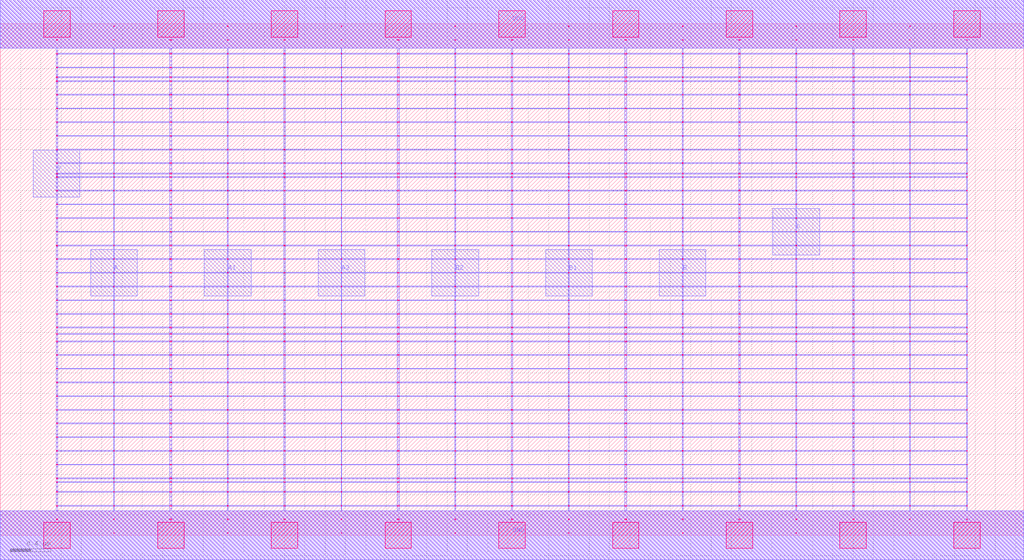
<source format=lef>
MACRO AAOI331_DEBUG
 CLASS CORE ;
 FOREIGN AAOI331_DEBUG 0 0 ;
 SIZE 10.08 BY 5.04 ;
 ORIGIN 0 0 ;
 SYMMETRY X Y R90 ;
 SITE unit ;
  PIN VDD
   DIRECTION INOUT ;
   USE SIGNAL ;
   SHAPE ABUTMENT ;
    PORT
     CLASS CORE ;
       LAYER met1 ;
        RECT 0.00000000 4.80000000 10.08000000 5.28000000 ;
       LAYER met2 ;
        RECT 0.00000000 4.80000000 10.08000000 5.28000000 ;
    END
  END VDD

  PIN GND
   DIRECTION INOUT ;
   USE SIGNAL ;
   SHAPE ABUTMENT ;
    PORT
     CLASS CORE ;
       LAYER met1 ;
        RECT 0.00000000 -0.24000000 10.08000000 0.24000000 ;
       LAYER met2 ;
        RECT 0.00000000 -0.24000000 10.08000000 0.24000000 ;
    END
  END GND

  PIN Y
   DIRECTION INOUT ;
   USE SIGNAL ;
   SHAPE ABUTMENT ;
    PORT
     CLASS CORE ;
       LAYER met2 ;
        RECT 0.32500000 3.33500000 0.78500000 3.79500000 ;
    END
  END Y

  PIN B1
   DIRECTION INOUT ;
   USE SIGNAL ;
   SHAPE ABUTMENT ;
    PORT
     CLASS CORE ;
       LAYER met2 ;
        RECT 5.37000000 2.35700000 5.83000000 2.81700000 ;
    END
  END B1

  PIN B2
   DIRECTION INOUT ;
   USE SIGNAL ;
   SHAPE ABUTMENT ;
    PORT
     CLASS CORE ;
       LAYER met2 ;
        RECT 4.25000000 2.35700000 4.71000000 2.81700000 ;
    END
  END B2

  PIN C
   DIRECTION INOUT ;
   USE SIGNAL ;
   SHAPE ABUTMENT ;
    PORT
     CLASS CORE ;
       LAYER met2 ;
        RECT 7.61000000 2.76200000 8.07000000 3.22200000 ;
    END
  END C

  PIN A
   DIRECTION INOUT ;
   USE SIGNAL ;
   SHAPE ABUTMENT ;
    PORT
     CLASS CORE ;
       LAYER met2 ;
        RECT 0.89000000 2.35700000 1.35000000 2.81700000 ;
    END
  END A

  PIN A2
   DIRECTION INOUT ;
   USE SIGNAL ;
   SHAPE ABUTMENT ;
    PORT
     CLASS CORE ;
       LAYER met2 ;
        RECT 3.13000000 2.35700000 3.59000000 2.81700000 ;
    END
  END A2

  PIN A1
   DIRECTION INOUT ;
   USE SIGNAL ;
   SHAPE ABUTMENT ;
    PORT
     CLASS CORE ;
       LAYER met2 ;
        RECT 2.01000000 2.35700000 2.47000000 2.81700000 ;
    END
  END A1

  PIN B
   DIRECTION INOUT ;
   USE SIGNAL ;
   SHAPE ABUTMENT ;
    PORT
     CLASS CORE ;
       LAYER met2 ;
        RECT 6.49000000 2.35700000 6.95000000 2.81700000 ;
    END
  END B

 OBS
    LAYER polycont ;
     RECT 5.03100000 2.58300000 5.04900000 2.59100000 ;
     RECT 5.03100000 2.71800000 5.04900000 2.72600000 ;
     RECT 5.03100000 2.85300000 5.04900000 2.86100000 ;
     RECT 5.03100000 2.98800000 5.04900000 2.99600000 ;
     RECT 7.27100000 2.58300000 7.28900000 2.59100000 ;
     RECT 7.83600000 2.58300000 7.84400000 2.59100000 ;
     RECT 8.39600000 2.58300000 8.40900000 2.59100000 ;
     RECT 8.95600000 2.58300000 8.96400000 2.59100000 ;
     RECT 9.51600000 2.58300000 9.52400000 2.59100000 ;
     RECT 5.59600000 2.58300000 5.60400000 2.59100000 ;
     RECT 5.59600000 2.71800000 5.60400000 2.72600000 ;
     RECT 6.15100000 2.71800000 6.16900000 2.72600000 ;
     RECT 6.71600000 2.71800000 6.72400000 2.72600000 ;
     RECT 7.27100000 2.71800000 7.28900000 2.72600000 ;
     RECT 7.83600000 2.71800000 7.84400000 2.72600000 ;
     RECT 8.39600000 2.71800000 8.40900000 2.72600000 ;
     RECT 8.95600000 2.71800000 8.96400000 2.72600000 ;
     RECT 9.51600000 2.71800000 9.52400000 2.72600000 ;
     RECT 6.15100000 2.58300000 6.16900000 2.59100000 ;
     RECT 5.59600000 2.85300000 5.60400000 2.86100000 ;
     RECT 6.15100000 2.85300000 6.16900000 2.86100000 ;
     RECT 6.71600000 2.85300000 6.72400000 2.86100000 ;
     RECT 7.27100000 2.85300000 7.28900000 2.86100000 ;
     RECT 7.83600000 2.85300000 7.84400000 2.86100000 ;
     RECT 8.39600000 2.85300000 8.40900000 2.86100000 ;
     RECT 8.95600000 2.85300000 8.96400000 2.86100000 ;
     RECT 9.51600000 2.85300000 9.52400000 2.86100000 ;
     RECT 6.71600000 2.58300000 6.72400000 2.59100000 ;
     RECT 5.59600000 2.98800000 5.60400000 2.99600000 ;
     RECT 6.15100000 2.98800000 6.16900000 2.99600000 ;
     RECT 6.71600000 2.98800000 6.72400000 2.99600000 ;
     RECT 7.27100000 2.98800000 7.28900000 2.99600000 ;
     RECT 7.83600000 2.98800000 7.84400000 2.99600000 ;
     RECT 8.39600000 2.98800000 8.40900000 2.99600000 ;
     RECT 8.95600000 2.98800000 8.96400000 2.99600000 ;
     RECT 9.51600000 2.98800000 9.52400000 2.99600000 ;
     RECT 8.95600000 3.12300000 8.96400000 3.13100000 ;
     RECT 9.51600000 3.12300000 9.52400000 3.13100000 ;
     RECT 8.95600000 3.25800000 8.96400000 3.26600000 ;
     RECT 9.51600000 3.25800000 9.52400000 3.26600000 ;
     RECT 8.95600000 3.39300000 8.96400000 3.40100000 ;
     RECT 9.51600000 3.39300000 9.52400000 3.40100000 ;
     RECT 8.95600000 3.52800000 8.96400000 3.53600000 ;
     RECT 9.51600000 3.52800000 9.52400000 3.53600000 ;
     RECT 8.95600000 3.56100000 8.96400000 3.56900000 ;
     RECT 9.51600000 3.56100000 9.52400000 3.56900000 ;
     RECT 8.95600000 3.66300000 8.96400000 3.67100000 ;
     RECT 9.51600000 3.66300000 9.52400000 3.67100000 ;
     RECT 8.95600000 3.79800000 8.96400000 3.80600000 ;
     RECT 9.51600000 3.79800000 9.52400000 3.80600000 ;
     RECT 8.95600000 3.93300000 8.96400000 3.94100000 ;
     RECT 9.51600000 3.93300000 9.52400000 3.94100000 ;
     RECT 8.95600000 4.06800000 8.96400000 4.07600000 ;
     RECT 9.51600000 4.06800000 9.52400000 4.07600000 ;
     RECT 8.95600000 4.20300000 8.96400000 4.21100000 ;
     RECT 9.51600000 4.20300000 9.52400000 4.21100000 ;
     RECT 8.95600000 4.33800000 8.96400000 4.34600000 ;
     RECT 9.51600000 4.33800000 9.52400000 4.34600000 ;
     RECT 8.95600000 4.47300000 8.96400000 4.48100000 ;
     RECT 9.51600000 4.47300000 9.52400000 4.48100000 ;
     RECT 8.95600000 4.51100000 8.96400000 4.51900000 ;
     RECT 9.51600000 4.51100000 9.52400000 4.51900000 ;
     RECT 8.95600000 4.60800000 8.96400000 4.61600000 ;
     RECT 9.51600000 4.60800000 9.52400000 4.61600000 ;
     RECT 8.95600000 4.74300000 8.96400000 4.75100000 ;
     RECT 9.51600000 4.74300000 9.52400000 4.75100000 ;
     RECT 8.95600000 4.87800000 8.96400000 4.88600000 ;
     RECT 9.51600000 4.87800000 9.52400000 4.88600000 ;
     RECT 1.67100000 2.85300000 1.68900000 2.86100000 ;
     RECT 2.23600000 2.85300000 2.24400000 2.86100000 ;
     RECT 2.79100000 2.85300000 2.80900000 2.86100000 ;
     RECT 3.35600000 2.85300000 3.36400000 2.86100000 ;
     RECT 3.91100000 2.85300000 3.92900000 2.86100000 ;
     RECT 4.47600000 2.85300000 4.48400000 2.86100000 ;
     RECT 1.11600000 2.71800000 1.12400000 2.72600000 ;
     RECT 1.67100000 2.71800000 1.68900000 2.72600000 ;
     RECT 2.23600000 2.71800000 2.24400000 2.72600000 ;
     RECT 2.79100000 2.71800000 2.80900000 2.72600000 ;
     RECT 3.35600000 2.71800000 3.36400000 2.72600000 ;
     RECT 3.91100000 2.71800000 3.92900000 2.72600000 ;
     RECT 4.47600000 2.71800000 4.48400000 2.72600000 ;
     RECT 1.11600000 2.58300000 1.12400000 2.59100000 ;
     RECT 1.67100000 2.58300000 1.68900000 2.59100000 ;
     RECT 0.55100000 2.98800000 0.56400000 2.99600000 ;
     RECT 1.11600000 2.98800000 1.12400000 2.99600000 ;
     RECT 1.67100000 2.98800000 1.68900000 2.99600000 ;
     RECT 2.23600000 2.98800000 2.24400000 2.99600000 ;
     RECT 2.79100000 2.98800000 2.80900000 2.99600000 ;
     RECT 3.35600000 2.98800000 3.36400000 2.99600000 ;
     RECT 3.91100000 2.98800000 3.92900000 2.99600000 ;
     RECT 4.47600000 2.98800000 4.48400000 2.99600000 ;
     RECT 2.23600000 2.58300000 2.24400000 2.59100000 ;
     RECT 2.79100000 2.58300000 2.80900000 2.59100000 ;
     RECT 3.35600000 2.58300000 3.36400000 2.59100000 ;
     RECT 3.91100000 2.58300000 3.92900000 2.59100000 ;
     RECT 4.47600000 2.58300000 4.48400000 2.59100000 ;
     RECT 0.55100000 2.58300000 0.56400000 2.59100000 ;
     RECT 0.55100000 2.71800000 0.56400000 2.72600000 ;
     RECT 0.55100000 2.85300000 0.56400000 2.86100000 ;
     RECT 1.11600000 2.85300000 1.12400000 2.86100000 ;
     RECT 7.83600000 0.15300000 7.84400000 0.16100000 ;
     RECT 7.83600000 0.28800000 7.84400000 0.29600000 ;
     RECT 7.83600000 0.42300000 7.84400000 0.43100000 ;
     RECT 7.83600000 0.52100000 7.84400000 0.52900000 ;
     RECT 7.83600000 0.55800000 7.84400000 0.56600000 ;
     RECT 7.83600000 0.69300000 7.84400000 0.70100000 ;
     RECT 7.83600000 0.82800000 7.84400000 0.83600000 ;
     RECT 7.83600000 0.96300000 7.84400000 0.97100000 ;
     RECT 7.83600000 1.09800000 7.84400000 1.10600000 ;
     RECT 7.83600000 1.23300000 7.84400000 1.24100000 ;
     RECT 7.83600000 1.36800000 7.84400000 1.37600000 ;
     RECT 7.83600000 1.50300000 7.84400000 1.51100000 ;
     RECT 7.83600000 1.63800000 7.84400000 1.64600000 ;
     RECT 7.83600000 1.77300000 7.84400000 1.78100000 ;
     RECT 7.83600000 1.90800000 7.84400000 1.91600000 ;
     RECT 7.83600000 1.98100000 7.84400000 1.98900000 ;
     RECT 7.83600000 2.04300000 7.84400000 2.05100000 ;
     RECT 7.83600000 2.17800000 7.84400000 2.18600000 ;
     RECT 7.83600000 2.31300000 7.84400000 2.32100000 ;
     RECT 7.83600000 2.44800000 7.84400000 2.45600000 ;

    LAYER pdiffc ;
     RECT 0.55100000 3.39300000 0.55900000 3.40100000 ;
     RECT 8.40100000 3.39300000 8.40900000 3.40100000 ;
     RECT 0.55100000 3.52800000 0.55900000 3.53600000 ;
     RECT 8.40100000 3.52800000 8.40900000 3.53600000 ;
     RECT 0.55100000 3.56100000 0.55900000 3.56900000 ;
     RECT 8.40100000 3.56100000 8.40900000 3.56900000 ;
     RECT 0.55100000 3.66300000 0.55900000 3.67100000 ;
     RECT 8.40100000 3.66300000 8.40900000 3.67100000 ;
     RECT 0.55100000 3.79800000 0.55900000 3.80600000 ;
     RECT 8.40100000 3.79800000 8.40900000 3.80600000 ;
     RECT 0.55100000 3.93300000 0.55900000 3.94100000 ;
     RECT 8.40100000 3.93300000 8.40900000 3.94100000 ;
     RECT 0.55100000 4.06800000 0.55900000 4.07600000 ;
     RECT 8.40100000 4.06800000 8.40900000 4.07600000 ;
     RECT 0.55100000 4.20300000 0.55900000 4.21100000 ;
     RECT 8.40100000 4.20300000 8.40900000 4.21100000 ;
     RECT 0.55100000 4.33800000 0.55900000 4.34600000 ;
     RECT 8.40100000 4.33800000 8.40900000 4.34600000 ;
     RECT 0.55100000 4.47300000 0.55900000 4.48100000 ;
     RECT 8.40100000 4.47300000 8.40900000 4.48100000 ;
     RECT 0.55100000 4.51100000 0.55900000 4.51900000 ;
     RECT 8.40100000 4.51100000 8.40900000 4.51900000 ;
     RECT 0.55100000 4.60800000 0.55900000 4.61600000 ;
     RECT 8.40100000 4.60800000 8.40900000 4.61600000 ;

    LAYER ndiffc ;
     RECT 5.03100000 0.42300000 5.04900000 0.43100000 ;
     RECT 5.03100000 0.52100000 5.04900000 0.52900000 ;
     RECT 5.03100000 0.55800000 5.04900000 0.56600000 ;
     RECT 5.03100000 0.69300000 5.04900000 0.70100000 ;
     RECT 5.03100000 0.82800000 5.04900000 0.83600000 ;
     RECT 5.03100000 0.96300000 5.04900000 0.97100000 ;
     RECT 5.03100000 1.09800000 5.04900000 1.10600000 ;
     RECT 5.03100000 1.23300000 5.04900000 1.24100000 ;
     RECT 5.03100000 1.36800000 5.04900000 1.37600000 ;
     RECT 5.03100000 1.50300000 5.04900000 1.51100000 ;
     RECT 5.03100000 1.63800000 5.04900000 1.64600000 ;
     RECT 5.03100000 1.77300000 5.04900000 1.78100000 ;
     RECT 5.03100000 1.90800000 5.04900000 1.91600000 ;
     RECT 5.03100000 1.98100000 5.04900000 1.98900000 ;
     RECT 5.03100000 2.04300000 5.04900000 2.05100000 ;
     RECT 8.39600000 0.42300000 8.40900000 0.43100000 ;
     RECT 6.15100000 0.69300000 6.16900000 0.70100000 ;
     RECT 7.27100000 0.69300000 7.28900000 0.70100000 ;
     RECT 8.39600000 0.69300000 8.40900000 0.70100000 ;
     RECT 9.51600000 0.69300000 9.52400000 0.70100000 ;
     RECT 9.51600000 0.42300000 9.52400000 0.43100000 ;
     RECT 6.15100000 0.82800000 6.16900000 0.83600000 ;
     RECT 7.27100000 0.82800000 7.28900000 0.83600000 ;
     RECT 8.39600000 0.82800000 8.40900000 0.83600000 ;
     RECT 9.51600000 0.82800000 9.52400000 0.83600000 ;
     RECT 6.15100000 0.42300000 6.16900000 0.43100000 ;
     RECT 6.15100000 0.96300000 6.16900000 0.97100000 ;
     RECT 7.27100000 0.96300000 7.28900000 0.97100000 ;
     RECT 8.39600000 0.96300000 8.40900000 0.97100000 ;
     RECT 9.51600000 0.96300000 9.52400000 0.97100000 ;
     RECT 6.15100000 0.52100000 6.16900000 0.52900000 ;
     RECT 6.15100000 1.09800000 6.16900000 1.10600000 ;
     RECT 7.27100000 1.09800000 7.28900000 1.10600000 ;
     RECT 8.39600000 1.09800000 8.40900000 1.10600000 ;
     RECT 9.51600000 1.09800000 9.52400000 1.10600000 ;
     RECT 7.27100000 0.52100000 7.28900000 0.52900000 ;
     RECT 6.15100000 1.23300000 6.16900000 1.24100000 ;
     RECT 7.27100000 1.23300000 7.28900000 1.24100000 ;
     RECT 8.39600000 1.23300000 8.40900000 1.24100000 ;
     RECT 9.51600000 1.23300000 9.52400000 1.24100000 ;
     RECT 8.39600000 0.52100000 8.40900000 0.52900000 ;
     RECT 6.15100000 1.36800000 6.16900000 1.37600000 ;
     RECT 7.27100000 1.36800000 7.28900000 1.37600000 ;
     RECT 8.39600000 1.36800000 8.40900000 1.37600000 ;
     RECT 9.51600000 1.36800000 9.52400000 1.37600000 ;
     RECT 9.51600000 0.52100000 9.52400000 0.52900000 ;
     RECT 6.15100000 1.50300000 6.16900000 1.51100000 ;
     RECT 7.27100000 1.50300000 7.28900000 1.51100000 ;
     RECT 8.39600000 1.50300000 8.40900000 1.51100000 ;
     RECT 9.51600000 1.50300000 9.52400000 1.51100000 ;
     RECT 7.27100000 0.42300000 7.28900000 0.43100000 ;
     RECT 6.15100000 1.63800000 6.16900000 1.64600000 ;
     RECT 7.27100000 1.63800000 7.28900000 1.64600000 ;
     RECT 8.39600000 1.63800000 8.40900000 1.64600000 ;
     RECT 9.51600000 1.63800000 9.52400000 1.64600000 ;
     RECT 6.15100000 0.55800000 6.16900000 0.56600000 ;
     RECT 6.15100000 1.77300000 6.16900000 1.78100000 ;
     RECT 7.27100000 1.77300000 7.28900000 1.78100000 ;
     RECT 8.39600000 1.77300000 8.40900000 1.78100000 ;
     RECT 9.51600000 1.77300000 9.52400000 1.78100000 ;
     RECT 7.27100000 0.55800000 7.28900000 0.56600000 ;
     RECT 6.15100000 1.90800000 6.16900000 1.91600000 ;
     RECT 7.27100000 1.90800000 7.28900000 1.91600000 ;
     RECT 8.39600000 1.90800000 8.40900000 1.91600000 ;
     RECT 9.51600000 1.90800000 9.52400000 1.91600000 ;
     RECT 8.39600000 0.55800000 8.40900000 0.56600000 ;
     RECT 6.15100000 1.98100000 6.16900000 1.98900000 ;
     RECT 7.27100000 1.98100000 7.28900000 1.98900000 ;
     RECT 8.39600000 1.98100000 8.40900000 1.98900000 ;
     RECT 9.51600000 1.98100000 9.52400000 1.98900000 ;
     RECT 9.51600000 0.55800000 9.52400000 0.56600000 ;
     RECT 6.15100000 2.04300000 6.16900000 2.05100000 ;
     RECT 7.27100000 2.04300000 7.28900000 2.05100000 ;
     RECT 8.39600000 2.04300000 8.40900000 2.05100000 ;
     RECT 9.51600000 2.04300000 9.52400000 2.05100000 ;
     RECT 3.91100000 1.36800000 3.92900000 1.37600000 ;
     RECT 2.79100000 0.55800000 2.80900000 0.56600000 ;
     RECT 3.91100000 0.55800000 3.92900000 0.56600000 ;
     RECT 1.67100000 0.52100000 1.68900000 0.52900000 ;
     RECT 2.79100000 0.52100000 2.80900000 0.52900000 ;
     RECT 3.91100000 0.52100000 3.92900000 0.52900000 ;
     RECT 0.55100000 1.50300000 0.56400000 1.51100000 ;
     RECT 1.67100000 1.50300000 1.68900000 1.51100000 ;
     RECT 2.79100000 1.50300000 2.80900000 1.51100000 ;
     RECT 3.91100000 1.50300000 3.92900000 1.51100000 ;
     RECT 0.55100000 0.96300000 0.56400000 0.97100000 ;
     RECT 1.67100000 0.96300000 1.68900000 0.97100000 ;
     RECT 2.79100000 0.96300000 2.80900000 0.97100000 ;
     RECT 3.91100000 0.96300000 3.92900000 0.97100000 ;
     RECT 1.67100000 0.42300000 1.68900000 0.43100000 ;
     RECT 0.55100000 1.63800000 0.56400000 1.64600000 ;
     RECT 1.67100000 1.63800000 1.68900000 1.64600000 ;
     RECT 2.79100000 1.63800000 2.80900000 1.64600000 ;
     RECT 3.91100000 1.63800000 3.92900000 1.64600000 ;
     RECT 2.79100000 0.42300000 2.80900000 0.43100000 ;
     RECT 0.55100000 0.69300000 0.56400000 0.70100000 ;
     RECT 1.67100000 0.69300000 1.68900000 0.70100000 ;
     RECT 2.79100000 0.69300000 2.80900000 0.70100000 ;
     RECT 0.55100000 1.09800000 0.56400000 1.10600000 ;
     RECT 0.55100000 1.77300000 0.56400000 1.78100000 ;
     RECT 1.67100000 1.77300000 1.68900000 1.78100000 ;
     RECT 2.79100000 1.77300000 2.80900000 1.78100000 ;
     RECT 3.91100000 1.77300000 3.92900000 1.78100000 ;
     RECT 1.67100000 1.09800000 1.68900000 1.10600000 ;
     RECT 2.79100000 1.09800000 2.80900000 1.10600000 ;
     RECT 3.91100000 1.09800000 3.92900000 1.10600000 ;
     RECT 3.91100000 0.69300000 3.92900000 0.70100000 ;
     RECT 3.91100000 0.42300000 3.92900000 0.43100000 ;
     RECT 0.55100000 1.90800000 0.56400000 1.91600000 ;
     RECT 1.67100000 1.90800000 1.68900000 1.91600000 ;
     RECT 2.79100000 1.90800000 2.80900000 1.91600000 ;
     RECT 3.91100000 1.90800000 3.92900000 1.91600000 ;
     RECT 0.55100000 0.42300000 0.56400000 0.43100000 ;
     RECT 0.55100000 0.52100000 0.56400000 0.52900000 ;
     RECT 0.55100000 0.55800000 0.56400000 0.56600000 ;
     RECT 0.55100000 1.23300000 0.56400000 1.24100000 ;
     RECT 1.67100000 1.23300000 1.68900000 1.24100000 ;
     RECT 0.55100000 1.98100000 0.56400000 1.98900000 ;
     RECT 1.67100000 1.98100000 1.68900000 1.98900000 ;
     RECT 2.79100000 1.98100000 2.80900000 1.98900000 ;
     RECT 3.91100000 1.98100000 3.92900000 1.98900000 ;
     RECT 2.79100000 1.23300000 2.80900000 1.24100000 ;
     RECT 3.91100000 1.23300000 3.92900000 1.24100000 ;
     RECT 1.67100000 0.55800000 1.68900000 0.56600000 ;
     RECT 0.55100000 0.82800000 0.56400000 0.83600000 ;
     RECT 1.67100000 0.82800000 1.68900000 0.83600000 ;
     RECT 0.55100000 2.04300000 0.56400000 2.05100000 ;
     RECT 1.67100000 2.04300000 1.68900000 2.05100000 ;
     RECT 2.79100000 2.04300000 2.80900000 2.05100000 ;
     RECT 3.91100000 2.04300000 3.92900000 2.05100000 ;
     RECT 2.79100000 0.82800000 2.80900000 0.83600000 ;
     RECT 3.91100000 0.82800000 3.92900000 0.83600000 ;
     RECT 0.55100000 1.36800000 0.56400000 1.37600000 ;
     RECT 1.67100000 1.36800000 1.68900000 1.37600000 ;
     RECT 2.79100000 1.36800000 2.80900000 1.37600000 ;

    LAYER met1 ;
     RECT 0.00000000 -0.24000000 10.08000000 0.24000000 ;
     RECT 5.03100000 0.24000000 5.04900000 0.28800000 ;
     RECT 0.55100000 0.28800000 9.52400000 0.29600000 ;
     RECT 5.03100000 0.29600000 5.04900000 0.42300000 ;
     RECT 0.55100000 0.42300000 9.52400000 0.43100000 ;
     RECT 5.03100000 0.43100000 5.04900000 0.52100000 ;
     RECT 0.55100000 0.52100000 9.52400000 0.52900000 ;
     RECT 5.03100000 0.52900000 5.04900000 0.55800000 ;
     RECT 0.55100000 0.55800000 9.52400000 0.56600000 ;
     RECT 5.03100000 0.56600000 5.04900000 0.69300000 ;
     RECT 0.55100000 0.69300000 9.52400000 0.70100000 ;
     RECT 5.03100000 0.70100000 5.04900000 0.82800000 ;
     RECT 0.55100000 0.82800000 9.52400000 0.83600000 ;
     RECT 5.03100000 0.83600000 5.04900000 0.96300000 ;
     RECT 0.55100000 0.96300000 9.52400000 0.97100000 ;
     RECT 5.03100000 0.97100000 5.04900000 1.09800000 ;
     RECT 0.55100000 1.09800000 9.52400000 1.10600000 ;
     RECT 5.03100000 1.10600000 5.04900000 1.23300000 ;
     RECT 0.55100000 1.23300000 9.52400000 1.24100000 ;
     RECT 5.03100000 1.24100000 5.04900000 1.36800000 ;
     RECT 0.55100000 1.36800000 9.52400000 1.37600000 ;
     RECT 5.03100000 1.37600000 5.04900000 1.50300000 ;
     RECT 0.55100000 1.50300000 9.52400000 1.51100000 ;
     RECT 5.03100000 1.51100000 5.04900000 1.63800000 ;
     RECT 0.55100000 1.63800000 9.52400000 1.64600000 ;
     RECT 5.03100000 1.64600000 5.04900000 1.77300000 ;
     RECT 0.55100000 1.77300000 9.52400000 1.78100000 ;
     RECT 5.03100000 1.78100000 5.04900000 1.90800000 ;
     RECT 0.55100000 1.90800000 9.52400000 1.91600000 ;
     RECT 5.03100000 1.91600000 5.04900000 1.98100000 ;
     RECT 0.55100000 1.98100000 9.52400000 1.98900000 ;
     RECT 5.03100000 1.98900000 5.04900000 2.04300000 ;
     RECT 0.55100000 2.04300000 9.52400000 2.05100000 ;
     RECT 5.03100000 2.05100000 5.04900000 2.17800000 ;
     RECT 0.55100000 2.17800000 9.52400000 2.18600000 ;
     RECT 5.03100000 2.18600000 5.04900000 2.31300000 ;
     RECT 0.55100000 2.31300000 9.52400000 2.32100000 ;
     RECT 5.03100000 2.32100000 5.04900000 2.44800000 ;
     RECT 0.55100000 2.44800000 9.52400000 2.45600000 ;
     RECT 0.55100000 2.45600000 0.56400000 2.58300000 ;
     RECT 1.11600000 2.45600000 1.12400000 2.58300000 ;
     RECT 1.67100000 2.45600000 1.68900000 2.58300000 ;
     RECT 2.23600000 2.45600000 2.24400000 2.58300000 ;
     RECT 2.79100000 2.45600000 2.80900000 2.58300000 ;
     RECT 3.35600000 2.45600000 3.36400000 2.58300000 ;
     RECT 3.91100000 2.45600000 3.92900000 2.58300000 ;
     RECT 4.47600000 2.45600000 4.48400000 2.58300000 ;
     RECT 5.03100000 2.45600000 5.04900000 2.58300000 ;
     RECT 5.59600000 2.45600000 5.60400000 2.58300000 ;
     RECT 6.15100000 2.45600000 6.16900000 2.58300000 ;
     RECT 6.71600000 2.45600000 6.72400000 2.58300000 ;
     RECT 7.27100000 2.45600000 7.28900000 2.58300000 ;
     RECT 7.83600000 2.45600000 7.84400000 2.58300000 ;
     RECT 8.39600000 2.45600000 8.40900000 2.58300000 ;
     RECT 8.95600000 2.45600000 8.96400000 2.58300000 ;
     RECT 9.51600000 2.45600000 9.52400000 2.58300000 ;
     RECT 0.55100000 2.58300000 9.52400000 2.59100000 ;
     RECT 5.03100000 2.59100000 5.04900000 2.71800000 ;
     RECT 0.55100000 2.71800000 9.52400000 2.72600000 ;
     RECT 5.03100000 2.72600000 5.04900000 2.85300000 ;
     RECT 0.55100000 2.85300000 9.52400000 2.86100000 ;
     RECT 5.03100000 2.86100000 5.04900000 2.98800000 ;
     RECT 0.55100000 2.98800000 9.52400000 2.99600000 ;
     RECT 5.03100000 2.99600000 5.04900000 3.12300000 ;
     RECT 0.55100000 3.12300000 9.52400000 3.13100000 ;
     RECT 5.03100000 3.13100000 5.04900000 3.25800000 ;
     RECT 0.55100000 3.25800000 9.52400000 3.26600000 ;
     RECT 5.03100000 3.26600000 5.04900000 3.39300000 ;
     RECT 0.55100000 3.39300000 9.52400000 3.40100000 ;
     RECT 5.03100000 3.40100000 5.04900000 3.52800000 ;
     RECT 0.55100000 3.52800000 9.52400000 3.53600000 ;
     RECT 5.03100000 3.53600000 5.04900000 3.56100000 ;
     RECT 0.55100000 3.56100000 9.52400000 3.56900000 ;
     RECT 5.03100000 3.56900000 5.04900000 3.66300000 ;
     RECT 0.55100000 3.66300000 9.52400000 3.67100000 ;
     RECT 5.03100000 3.67100000 5.04900000 3.79800000 ;
     RECT 0.55100000 3.79800000 9.52400000 3.80600000 ;
     RECT 5.03100000 3.80600000 5.04900000 3.93300000 ;
     RECT 0.55100000 3.93300000 9.52400000 3.94100000 ;
     RECT 5.03100000 3.94100000 5.04900000 4.06800000 ;
     RECT 0.55100000 4.06800000 9.52400000 4.07600000 ;
     RECT 5.03100000 4.07600000 5.04900000 4.20300000 ;
     RECT 0.55100000 4.20300000 9.52400000 4.21100000 ;
     RECT 5.03100000 4.21100000 5.04900000 4.33800000 ;
     RECT 0.55100000 4.33800000 9.52400000 4.34600000 ;
     RECT 5.03100000 4.34600000 5.04900000 4.47300000 ;
     RECT 0.55100000 4.47300000 9.52400000 4.48100000 ;
     RECT 5.03100000 4.48100000 5.04900000 4.51100000 ;
     RECT 0.55100000 4.51100000 9.52400000 4.51900000 ;
     RECT 5.03100000 4.51900000 5.04900000 4.60800000 ;
     RECT 0.55100000 4.60800000 9.52400000 4.61600000 ;
     RECT 5.03100000 4.61600000 5.04900000 4.74300000 ;
     RECT 0.55100000 4.74300000 9.52400000 4.75100000 ;
     RECT 5.03100000 4.75100000 5.04900000 4.80000000 ;
     RECT 0.00000000 4.80000000 10.08000000 5.28000000 ;
     RECT 5.59600000 3.80600000 5.60400000 3.93300000 ;
     RECT 6.15100000 3.80600000 6.16900000 3.93300000 ;
     RECT 6.71600000 3.80600000 6.72400000 3.93300000 ;
     RECT 7.27100000 3.80600000 7.28900000 3.93300000 ;
     RECT 7.83600000 3.80600000 7.84400000 3.93300000 ;
     RECT 8.39600000 3.80600000 8.40900000 3.93300000 ;
     RECT 8.95600000 3.80600000 8.96400000 3.93300000 ;
     RECT 9.51600000 3.80600000 9.52400000 3.93300000 ;
     RECT 7.83600000 3.94100000 7.84400000 4.06800000 ;
     RECT 8.39600000 3.94100000 8.40900000 4.06800000 ;
     RECT 8.95600000 3.94100000 8.96400000 4.06800000 ;
     RECT 9.51600000 3.94100000 9.52400000 4.06800000 ;
     RECT 7.83600000 4.07600000 7.84400000 4.20300000 ;
     RECT 8.39600000 4.07600000 8.40900000 4.20300000 ;
     RECT 8.95600000 4.07600000 8.96400000 4.20300000 ;
     RECT 9.51600000 4.07600000 9.52400000 4.20300000 ;
     RECT 7.83600000 4.21100000 7.84400000 4.33800000 ;
     RECT 8.39600000 4.21100000 8.40900000 4.33800000 ;
     RECT 8.95600000 4.21100000 8.96400000 4.33800000 ;
     RECT 9.51600000 4.21100000 9.52400000 4.33800000 ;
     RECT 7.83600000 4.34600000 7.84400000 4.47300000 ;
     RECT 8.39600000 4.34600000 8.40900000 4.47300000 ;
     RECT 8.95600000 4.34600000 8.96400000 4.47300000 ;
     RECT 9.51600000 4.34600000 9.52400000 4.47300000 ;
     RECT 7.83600000 4.48100000 7.84400000 4.51100000 ;
     RECT 8.39600000 4.48100000 8.40900000 4.51100000 ;
     RECT 8.95600000 4.48100000 8.96400000 4.51100000 ;
     RECT 9.51600000 4.48100000 9.52400000 4.51100000 ;
     RECT 7.83600000 4.51900000 7.84400000 4.60800000 ;
     RECT 8.39600000 4.51900000 8.40900000 4.60800000 ;
     RECT 8.95600000 4.51900000 8.96400000 4.60800000 ;
     RECT 9.51600000 4.51900000 9.52400000 4.60800000 ;
     RECT 7.83600000 4.61600000 7.84400000 4.74300000 ;
     RECT 8.39600000 4.61600000 8.40900000 4.74300000 ;
     RECT 8.95600000 4.61600000 8.96400000 4.74300000 ;
     RECT 9.51600000 4.61600000 9.52400000 4.74300000 ;
     RECT 7.83600000 4.75100000 7.84400000 4.80000000 ;
     RECT 8.39600000 4.75100000 8.40900000 4.80000000 ;
     RECT 8.95600000 4.75100000 8.96400000 4.80000000 ;
     RECT 9.51600000 4.75100000 9.52400000 4.80000000 ;
     RECT 5.59600000 4.48100000 5.60400000 4.51100000 ;
     RECT 6.15100000 4.48100000 6.16900000 4.51100000 ;
     RECT 6.71600000 4.48100000 6.72400000 4.51100000 ;
     RECT 7.27100000 4.48100000 7.28900000 4.51100000 ;
     RECT 5.59600000 4.21100000 5.60400000 4.33800000 ;
     RECT 6.15100000 4.21100000 6.16900000 4.33800000 ;
     RECT 6.71600000 4.21100000 6.72400000 4.33800000 ;
     RECT 7.27100000 4.21100000 7.28900000 4.33800000 ;
     RECT 5.59600000 4.51900000 5.60400000 4.60800000 ;
     RECT 6.15100000 4.51900000 6.16900000 4.60800000 ;
     RECT 6.71600000 4.51900000 6.72400000 4.60800000 ;
     RECT 7.27100000 4.51900000 7.28900000 4.60800000 ;
     RECT 5.59600000 4.07600000 5.60400000 4.20300000 ;
     RECT 6.15100000 4.07600000 6.16900000 4.20300000 ;
     RECT 6.71600000 4.07600000 6.72400000 4.20300000 ;
     RECT 7.27100000 4.07600000 7.28900000 4.20300000 ;
     RECT 5.59600000 4.61600000 5.60400000 4.74300000 ;
     RECT 6.15100000 4.61600000 6.16900000 4.74300000 ;
     RECT 6.71600000 4.61600000 6.72400000 4.74300000 ;
     RECT 7.27100000 4.61600000 7.28900000 4.74300000 ;
     RECT 5.59600000 4.34600000 5.60400000 4.47300000 ;
     RECT 6.15100000 4.34600000 6.16900000 4.47300000 ;
     RECT 6.71600000 4.34600000 6.72400000 4.47300000 ;
     RECT 7.27100000 4.34600000 7.28900000 4.47300000 ;
     RECT 5.59600000 4.75100000 5.60400000 4.80000000 ;
     RECT 6.15100000 4.75100000 6.16900000 4.80000000 ;
     RECT 6.71600000 4.75100000 6.72400000 4.80000000 ;
     RECT 7.27100000 4.75100000 7.28900000 4.80000000 ;
     RECT 5.59600000 3.94100000 5.60400000 4.06800000 ;
     RECT 6.15100000 3.94100000 6.16900000 4.06800000 ;
     RECT 6.71600000 3.94100000 6.72400000 4.06800000 ;
     RECT 7.27100000 3.94100000 7.28900000 4.06800000 ;
     RECT 5.59600000 2.59100000 5.60400000 2.71800000 ;
     RECT 6.15100000 2.59100000 6.16900000 2.71800000 ;
     RECT 5.59600000 3.26600000 5.60400000 3.39300000 ;
     RECT 6.15100000 3.26600000 6.16900000 3.39300000 ;
     RECT 5.59600000 2.86100000 5.60400000 2.98800000 ;
     RECT 6.15100000 2.86100000 6.16900000 2.98800000 ;
     RECT 6.71600000 3.26600000 6.72400000 3.39300000 ;
     RECT 7.27100000 3.26600000 7.28900000 3.39300000 ;
     RECT 5.59600000 2.72600000 5.60400000 2.85300000 ;
     RECT 6.15100000 2.72600000 6.16900000 2.85300000 ;
     RECT 5.59600000 3.40100000 5.60400000 3.52800000 ;
     RECT 6.15100000 3.40100000 6.16900000 3.52800000 ;
     RECT 5.59600000 2.99600000 5.60400000 3.12300000 ;
     RECT 6.15100000 2.99600000 6.16900000 3.12300000 ;
     RECT 6.71600000 3.40100000 6.72400000 3.52800000 ;
     RECT 7.27100000 3.40100000 7.28900000 3.52800000 ;
     RECT 6.71600000 2.86100000 6.72400000 2.98800000 ;
     RECT 7.27100000 2.86100000 7.28900000 2.98800000 ;
     RECT 6.71600000 2.72600000 6.72400000 2.85300000 ;
     RECT 7.27100000 2.72600000 7.28900000 2.85300000 ;
     RECT 5.59600000 3.53600000 5.60400000 3.56100000 ;
     RECT 6.15100000 3.53600000 6.16900000 3.56100000 ;
     RECT 6.71600000 2.99600000 6.72400000 3.12300000 ;
     RECT 7.27100000 2.99600000 7.28900000 3.12300000 ;
     RECT 6.71600000 3.53600000 6.72400000 3.56100000 ;
     RECT 7.27100000 3.53600000 7.28900000 3.56100000 ;
     RECT 5.59600000 3.56900000 5.60400000 3.66300000 ;
     RECT 6.15100000 3.56900000 6.16900000 3.66300000 ;
     RECT 6.71600000 3.56900000 6.72400000 3.66300000 ;
     RECT 7.27100000 3.56900000 7.28900000 3.66300000 ;
     RECT 5.59600000 3.67100000 5.60400000 3.79800000 ;
     RECT 6.15100000 3.67100000 6.16900000 3.79800000 ;
     RECT 6.71600000 3.67100000 6.72400000 3.79800000 ;
     RECT 7.27100000 3.67100000 7.28900000 3.79800000 ;
     RECT 6.71600000 2.59100000 6.72400000 2.71800000 ;
     RECT 7.27100000 2.59100000 7.28900000 2.71800000 ;
     RECT 5.59600000 3.13100000 5.60400000 3.25800000 ;
     RECT 6.15100000 3.13100000 6.16900000 3.25800000 ;
     RECT 6.71600000 3.13100000 6.72400000 3.25800000 ;
     RECT 7.27100000 3.13100000 7.28900000 3.25800000 ;
     RECT 8.39600000 2.59100000 8.40900000 2.71800000 ;
     RECT 9.51600000 2.99600000 9.52400000 3.12300000 ;
     RECT 7.83600000 3.13100000 7.84400000 3.25800000 ;
     RECT 7.83600000 3.56900000 7.84400000 3.66300000 ;
     RECT 8.39600000 3.56900000 8.40900000 3.66300000 ;
     RECT 8.95600000 3.56900000 8.96400000 3.66300000 ;
     RECT 9.51600000 3.56900000 9.52400000 3.66300000 ;
     RECT 8.95600000 2.72600000 8.96400000 2.85300000 ;
     RECT 9.51600000 2.72600000 9.52400000 2.85300000 ;
     RECT 8.39600000 3.13100000 8.40900000 3.25800000 ;
     RECT 7.83600000 3.40100000 7.84400000 3.52800000 ;
     RECT 8.39600000 3.40100000 8.40900000 3.52800000 ;
     RECT 8.95600000 3.40100000 8.96400000 3.52800000 ;
     RECT 7.83600000 3.67100000 7.84400000 3.79800000 ;
     RECT 8.39600000 3.67100000 8.40900000 3.79800000 ;
     RECT 8.95600000 3.67100000 8.96400000 3.79800000 ;
     RECT 7.83600000 2.86100000 7.84400000 2.98800000 ;
     RECT 8.39600000 2.86100000 8.40900000 2.98800000 ;
     RECT 9.51600000 3.67100000 9.52400000 3.79800000 ;
     RECT 9.51600000 3.40100000 9.52400000 3.52800000 ;
     RECT 8.95600000 3.13100000 8.96400000 3.25800000 ;
     RECT 7.83600000 3.26600000 7.84400000 3.39300000 ;
     RECT 8.39600000 3.26600000 8.40900000 3.39300000 ;
     RECT 8.95600000 3.26600000 8.96400000 3.39300000 ;
     RECT 9.51600000 3.26600000 9.52400000 3.39300000 ;
     RECT 9.51600000 3.13100000 9.52400000 3.25800000 ;
     RECT 8.95600000 2.86100000 8.96400000 2.98800000 ;
     RECT 9.51600000 2.86100000 9.52400000 2.98800000 ;
     RECT 7.83600000 3.53600000 7.84400000 3.56100000 ;
     RECT 7.83600000 2.99600000 7.84400000 3.12300000 ;
     RECT 8.39600000 2.99600000 8.40900000 3.12300000 ;
     RECT 8.39600000 3.53600000 8.40900000 3.56100000 ;
     RECT 8.95600000 3.53600000 8.96400000 3.56100000 ;
     RECT 9.51600000 3.53600000 9.52400000 3.56100000 ;
     RECT 7.83600000 2.72600000 7.84400000 2.85300000 ;
     RECT 8.39600000 2.72600000 8.40900000 2.85300000 ;
     RECT 8.95600000 2.59100000 8.96400000 2.71800000 ;
     RECT 9.51600000 2.59100000 9.52400000 2.71800000 ;
     RECT 7.83600000 2.59100000 7.84400000 2.71800000 ;
     RECT 8.95600000 2.99600000 8.96400000 3.12300000 ;
     RECT 0.55100000 3.80600000 0.56400000 3.93300000 ;
     RECT 1.11600000 3.80600000 1.12400000 3.93300000 ;
     RECT 1.67100000 3.80600000 1.68900000 3.93300000 ;
     RECT 2.23600000 3.80600000 2.24400000 3.93300000 ;
     RECT 2.79100000 3.80600000 2.80900000 3.93300000 ;
     RECT 3.35600000 3.80600000 3.36400000 3.93300000 ;
     RECT 3.91100000 3.80600000 3.92900000 3.93300000 ;
     RECT 4.47600000 3.80600000 4.48400000 3.93300000 ;
     RECT 2.79100000 4.21100000 2.80900000 4.33800000 ;
     RECT 3.35600000 4.21100000 3.36400000 4.33800000 ;
     RECT 3.91100000 4.21100000 3.92900000 4.33800000 ;
     RECT 4.47600000 4.21100000 4.48400000 4.33800000 ;
     RECT 2.79100000 4.34600000 2.80900000 4.47300000 ;
     RECT 3.35600000 4.34600000 3.36400000 4.47300000 ;
     RECT 3.91100000 4.34600000 3.92900000 4.47300000 ;
     RECT 4.47600000 4.34600000 4.48400000 4.47300000 ;
     RECT 2.79100000 4.48100000 2.80900000 4.51100000 ;
     RECT 3.35600000 4.48100000 3.36400000 4.51100000 ;
     RECT 3.91100000 4.48100000 3.92900000 4.51100000 ;
     RECT 4.47600000 4.48100000 4.48400000 4.51100000 ;
     RECT 2.79100000 4.51900000 2.80900000 4.60800000 ;
     RECT 3.35600000 4.51900000 3.36400000 4.60800000 ;
     RECT 3.91100000 4.51900000 3.92900000 4.60800000 ;
     RECT 4.47600000 4.51900000 4.48400000 4.60800000 ;
     RECT 2.79100000 4.61600000 2.80900000 4.74300000 ;
     RECT 3.35600000 4.61600000 3.36400000 4.74300000 ;
     RECT 3.91100000 4.61600000 3.92900000 4.74300000 ;
     RECT 4.47600000 4.61600000 4.48400000 4.74300000 ;
     RECT 2.79100000 4.75100000 2.80900000 4.80000000 ;
     RECT 3.35600000 4.75100000 3.36400000 4.80000000 ;
     RECT 3.91100000 4.75100000 3.92900000 4.80000000 ;
     RECT 4.47600000 4.75100000 4.48400000 4.80000000 ;
     RECT 2.79100000 3.94100000 2.80900000 4.06800000 ;
     RECT 3.35600000 3.94100000 3.36400000 4.06800000 ;
     RECT 3.91100000 3.94100000 3.92900000 4.06800000 ;
     RECT 4.47600000 3.94100000 4.48400000 4.06800000 ;
     RECT 2.79100000 4.07600000 2.80900000 4.20300000 ;
     RECT 3.35600000 4.07600000 3.36400000 4.20300000 ;
     RECT 3.91100000 4.07600000 3.92900000 4.20300000 ;
     RECT 4.47600000 4.07600000 4.48400000 4.20300000 ;
     RECT 0.55100000 4.51900000 0.56400000 4.60800000 ;
     RECT 1.11600000 4.51900000 1.12400000 4.60800000 ;
     RECT 1.67100000 4.51900000 1.68900000 4.60800000 ;
     RECT 2.23600000 4.51900000 2.24400000 4.60800000 ;
     RECT 0.55100000 4.07600000 0.56400000 4.20300000 ;
     RECT 1.11600000 4.07600000 1.12400000 4.20300000 ;
     RECT 1.67100000 4.07600000 1.68900000 4.20300000 ;
     RECT 2.23600000 4.07600000 2.24400000 4.20300000 ;
     RECT 0.55100000 4.61600000 0.56400000 4.74300000 ;
     RECT 1.11600000 4.61600000 1.12400000 4.74300000 ;
     RECT 1.67100000 4.61600000 1.68900000 4.74300000 ;
     RECT 2.23600000 4.61600000 2.24400000 4.74300000 ;
     RECT 0.55100000 4.34600000 0.56400000 4.47300000 ;
     RECT 1.11600000 4.34600000 1.12400000 4.47300000 ;
     RECT 1.67100000 4.34600000 1.68900000 4.47300000 ;
     RECT 2.23600000 4.34600000 2.24400000 4.47300000 ;
     RECT 0.55100000 4.75100000 0.56400000 4.80000000 ;
     RECT 1.11600000 4.75100000 1.12400000 4.80000000 ;
     RECT 1.67100000 4.75100000 1.68900000 4.80000000 ;
     RECT 2.23600000 4.75100000 2.24400000 4.80000000 ;
     RECT 0.55100000 3.94100000 0.56400000 4.06800000 ;
     RECT 1.11600000 3.94100000 1.12400000 4.06800000 ;
     RECT 1.67100000 3.94100000 1.68900000 4.06800000 ;
     RECT 2.23600000 3.94100000 2.24400000 4.06800000 ;
     RECT 0.55100000 4.48100000 0.56400000 4.51100000 ;
     RECT 1.11600000 4.48100000 1.12400000 4.51100000 ;
     RECT 1.67100000 4.48100000 1.68900000 4.51100000 ;
     RECT 2.23600000 4.48100000 2.24400000 4.51100000 ;
     RECT 0.55100000 4.21100000 0.56400000 4.33800000 ;
     RECT 1.11600000 4.21100000 1.12400000 4.33800000 ;
     RECT 1.67100000 4.21100000 1.68900000 4.33800000 ;
     RECT 2.23600000 4.21100000 2.24400000 4.33800000 ;
     RECT 1.67100000 2.86100000 1.68900000 2.98800000 ;
     RECT 2.23600000 2.86100000 2.24400000 2.98800000 ;
     RECT 0.55100000 3.13100000 0.56400000 3.25800000 ;
     RECT 1.11600000 3.13100000 1.12400000 3.25800000 ;
     RECT 1.67100000 3.13100000 1.68900000 3.25800000 ;
     RECT 2.23600000 3.13100000 2.24400000 3.25800000 ;
     RECT 0.55100000 3.67100000 0.56400000 3.79800000 ;
     RECT 1.11600000 3.67100000 1.12400000 3.79800000 ;
     RECT 1.67100000 3.67100000 1.68900000 3.79800000 ;
     RECT 2.23600000 3.67100000 2.24400000 3.79800000 ;
     RECT 0.55100000 2.59100000 0.56400000 2.71800000 ;
     RECT 1.11600000 2.59100000 1.12400000 2.71800000 ;
     RECT 0.55100000 2.72600000 0.56400000 2.85300000 ;
     RECT 1.11600000 2.72600000 1.12400000 2.85300000 ;
     RECT 0.55100000 2.86100000 0.56400000 2.98800000 ;
     RECT 1.11600000 2.86100000 1.12400000 2.98800000 ;
     RECT 0.55100000 3.53600000 0.56400000 3.56100000 ;
     RECT 1.11600000 3.53600000 1.12400000 3.56100000 ;
     RECT 0.55100000 3.26600000 0.56400000 3.39300000 ;
     RECT 1.11600000 3.26600000 1.12400000 3.39300000 ;
     RECT 1.67100000 3.26600000 1.68900000 3.39300000 ;
     RECT 2.23600000 3.26600000 2.24400000 3.39300000 ;
     RECT 1.67100000 2.59100000 1.68900000 2.71800000 ;
     RECT 2.23600000 2.59100000 2.24400000 2.71800000 ;
     RECT 0.55100000 3.56900000 0.56400000 3.66300000 ;
     RECT 1.11600000 3.56900000 1.12400000 3.66300000 ;
     RECT 1.67100000 3.56900000 1.68900000 3.66300000 ;
     RECT 2.23600000 3.56900000 2.24400000 3.66300000 ;
     RECT 1.67100000 3.53600000 1.68900000 3.56100000 ;
     RECT 2.23600000 3.53600000 2.24400000 3.56100000 ;
     RECT 1.67100000 2.99600000 1.68900000 3.12300000 ;
     RECT 2.23600000 2.99600000 2.24400000 3.12300000 ;
     RECT 0.55100000 3.40100000 0.56400000 3.52800000 ;
     RECT 1.11600000 3.40100000 1.12400000 3.52800000 ;
     RECT 0.55100000 2.99600000 0.56400000 3.12300000 ;
     RECT 1.11600000 2.99600000 1.12400000 3.12300000 ;
     RECT 1.67100000 2.72600000 1.68900000 2.85300000 ;
     RECT 2.23600000 2.72600000 2.24400000 2.85300000 ;
     RECT 1.67100000 3.40100000 1.68900000 3.52800000 ;
     RECT 2.23600000 3.40100000 2.24400000 3.52800000 ;
     RECT 2.79100000 3.67100000 2.80900000 3.79800000 ;
     RECT 3.35600000 3.67100000 3.36400000 3.79800000 ;
     RECT 3.91100000 3.67100000 3.92900000 3.79800000 ;
     RECT 4.47600000 3.67100000 4.48400000 3.79800000 ;
     RECT 2.79100000 3.40100000 2.80900000 3.52800000 ;
     RECT 3.35600000 3.40100000 3.36400000 3.52800000 ;
     RECT 3.91100000 3.40100000 3.92900000 3.52800000 ;
     RECT 4.47600000 3.40100000 4.48400000 3.52800000 ;
     RECT 2.79100000 3.53600000 2.80900000 3.56100000 ;
     RECT 3.35600000 3.53600000 3.36400000 3.56100000 ;
     RECT 3.91100000 3.56900000 3.92900000 3.66300000 ;
     RECT 4.47600000 3.56900000 4.48400000 3.66300000 ;
     RECT 2.79100000 2.86100000 2.80900000 2.98800000 ;
     RECT 3.35600000 2.86100000 3.36400000 2.98800000 ;
     RECT 3.91100000 2.86100000 3.92900000 2.98800000 ;
     RECT 4.47600000 2.86100000 4.48400000 2.98800000 ;
     RECT 2.79100000 3.26600000 2.80900000 3.39300000 ;
     RECT 3.35600000 3.26600000 3.36400000 3.39300000 ;
     RECT 3.91100000 3.26600000 3.92900000 3.39300000 ;
     RECT 4.47600000 3.26600000 4.48400000 3.39300000 ;
     RECT 3.91100000 3.53600000 3.92900000 3.56100000 ;
     RECT 4.47600000 3.53600000 4.48400000 3.56100000 ;
     RECT 2.79100000 2.72600000 2.80900000 2.85300000 ;
     RECT 3.35600000 2.72600000 3.36400000 2.85300000 ;
     RECT 2.79100000 3.13100000 2.80900000 3.25800000 ;
     RECT 3.35600000 3.13100000 3.36400000 3.25800000 ;
     RECT 3.91100000 3.13100000 3.92900000 3.25800000 ;
     RECT 4.47600000 3.13100000 4.48400000 3.25800000 ;
     RECT 3.91100000 2.99600000 3.92900000 3.12300000 ;
     RECT 4.47600000 2.99600000 4.48400000 3.12300000 ;
     RECT 3.91100000 2.59100000 3.92900000 2.71800000 ;
     RECT 4.47600000 2.59100000 4.48400000 2.71800000 ;
     RECT 3.91100000 2.72600000 3.92900000 2.85300000 ;
     RECT 4.47600000 2.72600000 4.48400000 2.85300000 ;
     RECT 2.79100000 3.56900000 2.80900000 3.66300000 ;
     RECT 3.35600000 3.56900000 3.36400000 3.66300000 ;
     RECT 2.79100000 2.99600000 2.80900000 3.12300000 ;
     RECT 3.35600000 2.99600000 3.36400000 3.12300000 ;
     RECT 2.79100000 2.59100000 2.80900000 2.71800000 ;
     RECT 3.35600000 2.59100000 3.36400000 2.71800000 ;
     RECT 0.55100000 1.10600000 0.56400000 1.23300000 ;
     RECT 1.11600000 1.10600000 1.12400000 1.23300000 ;
     RECT 1.67100000 1.10600000 1.68900000 1.23300000 ;
     RECT 2.23600000 1.10600000 2.24400000 1.23300000 ;
     RECT 2.79100000 1.10600000 2.80900000 1.23300000 ;
     RECT 3.35600000 1.10600000 3.36400000 1.23300000 ;
     RECT 3.91100000 1.10600000 3.92900000 1.23300000 ;
     RECT 4.47600000 1.10600000 4.48400000 1.23300000 ;
     RECT 2.79100000 1.51100000 2.80900000 1.63800000 ;
     RECT 3.35600000 1.51100000 3.36400000 1.63800000 ;
     RECT 3.91100000 1.51100000 3.92900000 1.63800000 ;
     RECT 4.47600000 1.51100000 4.48400000 1.63800000 ;
     RECT 2.79100000 1.64600000 2.80900000 1.77300000 ;
     RECT 3.35600000 1.64600000 3.36400000 1.77300000 ;
     RECT 3.91100000 1.64600000 3.92900000 1.77300000 ;
     RECT 4.47600000 1.64600000 4.48400000 1.77300000 ;
     RECT 2.79100000 1.78100000 2.80900000 1.90800000 ;
     RECT 3.35600000 1.78100000 3.36400000 1.90800000 ;
     RECT 3.91100000 1.78100000 3.92900000 1.90800000 ;
     RECT 4.47600000 1.78100000 4.48400000 1.90800000 ;
     RECT 2.79100000 1.91600000 2.80900000 1.98100000 ;
     RECT 3.35600000 1.91600000 3.36400000 1.98100000 ;
     RECT 3.91100000 1.91600000 3.92900000 1.98100000 ;
     RECT 4.47600000 1.91600000 4.48400000 1.98100000 ;
     RECT 2.79100000 1.98900000 2.80900000 2.04300000 ;
     RECT 3.35600000 1.98900000 3.36400000 2.04300000 ;
     RECT 3.91100000 1.98900000 3.92900000 2.04300000 ;
     RECT 4.47600000 1.98900000 4.48400000 2.04300000 ;
     RECT 2.79100000 2.05100000 2.80900000 2.17800000 ;
     RECT 3.35600000 2.05100000 3.36400000 2.17800000 ;
     RECT 3.91100000 2.05100000 3.92900000 2.17800000 ;
     RECT 4.47600000 2.05100000 4.48400000 2.17800000 ;
     RECT 2.79100000 2.18600000 2.80900000 2.31300000 ;
     RECT 3.35600000 2.18600000 3.36400000 2.31300000 ;
     RECT 3.91100000 2.18600000 3.92900000 2.31300000 ;
     RECT 4.47600000 2.18600000 4.48400000 2.31300000 ;
     RECT 2.79100000 2.32100000 2.80900000 2.44800000 ;
     RECT 3.35600000 2.32100000 3.36400000 2.44800000 ;
     RECT 3.91100000 2.32100000 3.92900000 2.44800000 ;
     RECT 4.47600000 2.32100000 4.48400000 2.44800000 ;
     RECT 2.79100000 1.24100000 2.80900000 1.36800000 ;
     RECT 3.35600000 1.24100000 3.36400000 1.36800000 ;
     RECT 3.91100000 1.24100000 3.92900000 1.36800000 ;
     RECT 4.47600000 1.24100000 4.48400000 1.36800000 ;
     RECT 2.79100000 1.37600000 2.80900000 1.50300000 ;
     RECT 3.35600000 1.37600000 3.36400000 1.50300000 ;
     RECT 3.91100000 1.37600000 3.92900000 1.50300000 ;
     RECT 4.47600000 1.37600000 4.48400000 1.50300000 ;
     RECT 0.55100000 1.51100000 0.56400000 1.63800000 ;
     RECT 1.11600000 1.51100000 1.12400000 1.63800000 ;
     RECT 1.67100000 1.51100000 1.68900000 1.63800000 ;
     RECT 2.23600000 1.51100000 2.24400000 1.63800000 ;
     RECT 0.55100000 2.05100000 0.56400000 2.17800000 ;
     RECT 1.11600000 2.05100000 1.12400000 2.17800000 ;
     RECT 1.67100000 2.05100000 1.68900000 2.17800000 ;
     RECT 2.23600000 2.05100000 2.24400000 2.17800000 ;
     RECT 0.55100000 1.78100000 0.56400000 1.90800000 ;
     RECT 1.11600000 1.78100000 1.12400000 1.90800000 ;
     RECT 1.67100000 1.78100000 1.68900000 1.90800000 ;
     RECT 2.23600000 1.78100000 2.24400000 1.90800000 ;
     RECT 0.55100000 2.18600000 0.56400000 2.31300000 ;
     RECT 1.11600000 2.18600000 1.12400000 2.31300000 ;
     RECT 1.67100000 2.18600000 1.68900000 2.31300000 ;
     RECT 2.23600000 2.18600000 2.24400000 2.31300000 ;
     RECT 0.55100000 1.37600000 0.56400000 1.50300000 ;
     RECT 1.11600000 1.37600000 1.12400000 1.50300000 ;
     RECT 1.67100000 1.37600000 1.68900000 1.50300000 ;
     RECT 2.23600000 1.37600000 2.24400000 1.50300000 ;
     RECT 0.55100000 2.32100000 0.56400000 2.44800000 ;
     RECT 1.11600000 2.32100000 1.12400000 2.44800000 ;
     RECT 1.67100000 2.32100000 1.68900000 2.44800000 ;
     RECT 2.23600000 2.32100000 2.24400000 2.44800000 ;
     RECT 0.55100000 1.91600000 0.56400000 1.98100000 ;
     RECT 1.11600000 1.91600000 1.12400000 1.98100000 ;
     RECT 1.67100000 1.91600000 1.68900000 1.98100000 ;
     RECT 2.23600000 1.91600000 2.24400000 1.98100000 ;
     RECT 0.55100000 1.64600000 0.56400000 1.77300000 ;
     RECT 1.11600000 1.64600000 1.12400000 1.77300000 ;
     RECT 1.67100000 1.64600000 1.68900000 1.77300000 ;
     RECT 2.23600000 1.64600000 2.24400000 1.77300000 ;
     RECT 0.55100000 1.98900000 0.56400000 2.04300000 ;
     RECT 1.11600000 1.98900000 1.12400000 2.04300000 ;
     RECT 1.67100000 1.98900000 1.68900000 2.04300000 ;
     RECT 2.23600000 1.98900000 2.24400000 2.04300000 ;
     RECT 0.55100000 1.24100000 0.56400000 1.36800000 ;
     RECT 1.11600000 1.24100000 1.12400000 1.36800000 ;
     RECT 1.67100000 1.24100000 1.68900000 1.36800000 ;
     RECT 2.23600000 1.24100000 2.24400000 1.36800000 ;
     RECT 1.67100000 0.56600000 1.68900000 0.69300000 ;
     RECT 2.23600000 0.56600000 2.24400000 0.69300000 ;
     RECT 0.55100000 0.24000000 0.56400000 0.28800000 ;
     RECT 1.11600000 0.24000000 1.12400000 0.28800000 ;
     RECT 0.55100000 0.70100000 0.56400000 0.82800000 ;
     RECT 1.11600000 0.70100000 1.12400000 0.82800000 ;
     RECT 1.67100000 0.70100000 1.68900000 0.82800000 ;
     RECT 2.23600000 0.70100000 2.24400000 0.82800000 ;
     RECT 0.55100000 0.29600000 0.56400000 0.42300000 ;
     RECT 1.11600000 0.29600000 1.12400000 0.42300000 ;
     RECT 0.55100000 0.83600000 0.56400000 0.96300000 ;
     RECT 1.11600000 0.83600000 1.12400000 0.96300000 ;
     RECT 1.67100000 0.83600000 1.68900000 0.96300000 ;
     RECT 2.23600000 0.83600000 2.24400000 0.96300000 ;
     RECT 1.67100000 0.29600000 1.68900000 0.42300000 ;
     RECT 2.23600000 0.29600000 2.24400000 0.42300000 ;
     RECT 0.55100000 0.97100000 0.56400000 1.09800000 ;
     RECT 1.11600000 0.97100000 1.12400000 1.09800000 ;
     RECT 1.67100000 0.97100000 1.68900000 1.09800000 ;
     RECT 2.23600000 0.97100000 2.24400000 1.09800000 ;
     RECT 0.55100000 0.52900000 0.56400000 0.55800000 ;
     RECT 1.11600000 0.52900000 1.12400000 0.55800000 ;
     RECT 1.67100000 0.52900000 1.68900000 0.55800000 ;
     RECT 2.23600000 0.52900000 2.24400000 0.55800000 ;
     RECT 0.55100000 0.43100000 0.56400000 0.52100000 ;
     RECT 1.11600000 0.43100000 1.12400000 0.52100000 ;
     RECT 1.67100000 0.43100000 1.68900000 0.52100000 ;
     RECT 2.23600000 0.43100000 2.24400000 0.52100000 ;
     RECT 1.67100000 0.24000000 1.68900000 0.28800000 ;
     RECT 2.23600000 0.24000000 2.24400000 0.28800000 ;
     RECT 0.55100000 0.56600000 0.56400000 0.69300000 ;
     RECT 1.11600000 0.56600000 1.12400000 0.69300000 ;
     RECT 2.79100000 0.43100000 2.80900000 0.52100000 ;
     RECT 3.35600000 0.43100000 3.36400000 0.52100000 ;
     RECT 2.79100000 0.83600000 2.80900000 0.96300000 ;
     RECT 3.35600000 0.83600000 3.36400000 0.96300000 ;
     RECT 3.91100000 0.83600000 3.92900000 0.96300000 ;
     RECT 4.47600000 0.83600000 4.48400000 0.96300000 ;
     RECT 2.79100000 0.56600000 2.80900000 0.69300000 ;
     RECT 3.35600000 0.56600000 3.36400000 0.69300000 ;
     RECT 3.91100000 0.56600000 3.92900000 0.69300000 ;
     RECT 4.47600000 0.56600000 4.48400000 0.69300000 ;
     RECT 3.91100000 0.43100000 3.92900000 0.52100000 ;
     RECT 4.47600000 0.43100000 4.48400000 0.52100000 ;
     RECT 2.79100000 0.97100000 2.80900000 1.09800000 ;
     RECT 3.35600000 0.97100000 3.36400000 1.09800000 ;
     RECT 3.91100000 0.97100000 3.92900000 1.09800000 ;
     RECT 4.47600000 0.97100000 4.48400000 1.09800000 ;
     RECT 2.79100000 0.29600000 2.80900000 0.42300000 ;
     RECT 3.35600000 0.29600000 3.36400000 0.42300000 ;
     RECT 2.79100000 0.52900000 2.80900000 0.55800000 ;
     RECT 3.35600000 0.52900000 3.36400000 0.55800000 ;
     RECT 3.91100000 0.52900000 3.92900000 0.55800000 ;
     RECT 4.47600000 0.52900000 4.48400000 0.55800000 ;
     RECT 2.79100000 0.70100000 2.80900000 0.82800000 ;
     RECT 3.35600000 0.70100000 3.36400000 0.82800000 ;
     RECT 3.91100000 0.70100000 3.92900000 0.82800000 ;
     RECT 4.47600000 0.70100000 4.48400000 0.82800000 ;
     RECT 3.91100000 0.29600000 3.92900000 0.42300000 ;
     RECT 4.47600000 0.29600000 4.48400000 0.42300000 ;
     RECT 3.91100000 0.24000000 3.92900000 0.28800000 ;
     RECT 4.47600000 0.24000000 4.48400000 0.28800000 ;
     RECT 2.79100000 0.24000000 2.80900000 0.28800000 ;
     RECT 3.35600000 0.24000000 3.36400000 0.28800000 ;
     RECT 5.59600000 1.10600000 5.60400000 1.23300000 ;
     RECT 6.15100000 1.10600000 6.16900000 1.23300000 ;
     RECT 6.71600000 1.10600000 6.72400000 1.23300000 ;
     RECT 7.27100000 1.10600000 7.28900000 1.23300000 ;
     RECT 7.83600000 1.10600000 7.84400000 1.23300000 ;
     RECT 8.39600000 1.10600000 8.40900000 1.23300000 ;
     RECT 8.95600000 1.10600000 8.96400000 1.23300000 ;
     RECT 9.51600000 1.10600000 9.52400000 1.23300000 ;
     RECT 7.83600000 1.78100000 7.84400000 1.90800000 ;
     RECT 8.39600000 1.78100000 8.40900000 1.90800000 ;
     RECT 8.95600000 1.78100000 8.96400000 1.90800000 ;
     RECT 9.51600000 1.78100000 9.52400000 1.90800000 ;
     RECT 7.83600000 1.91600000 7.84400000 1.98100000 ;
     RECT 8.39600000 1.91600000 8.40900000 1.98100000 ;
     RECT 7.83600000 1.98900000 7.84400000 2.04300000 ;
     RECT 8.39600000 1.98900000 8.40900000 2.04300000 ;
     RECT 8.95600000 1.98900000 8.96400000 2.04300000 ;
     RECT 9.51600000 1.98900000 9.52400000 2.04300000 ;
     RECT 8.95600000 1.91600000 8.96400000 1.98100000 ;
     RECT 9.51600000 1.91600000 9.52400000 1.98100000 ;
     RECT 7.83600000 2.05100000 7.84400000 2.17800000 ;
     RECT 8.39600000 2.05100000 8.40900000 2.17800000 ;
     RECT 8.95600000 2.05100000 8.96400000 2.17800000 ;
     RECT 9.51600000 2.05100000 9.52400000 2.17800000 ;
     RECT 7.83600000 1.24100000 7.84400000 1.36800000 ;
     RECT 8.39600000 1.24100000 8.40900000 1.36800000 ;
     RECT 8.95600000 1.24100000 8.96400000 1.36800000 ;
     RECT 9.51600000 1.24100000 9.52400000 1.36800000 ;
     RECT 7.83600000 2.18600000 7.84400000 2.31300000 ;
     RECT 8.39600000 2.18600000 8.40900000 2.31300000 ;
     RECT 8.95600000 2.18600000 8.96400000 2.31300000 ;
     RECT 9.51600000 2.18600000 9.52400000 2.31300000 ;
     RECT 7.83600000 2.32100000 7.84400000 2.44800000 ;
     RECT 8.39600000 2.32100000 8.40900000 2.44800000 ;
     RECT 8.95600000 2.32100000 8.96400000 2.44800000 ;
     RECT 9.51600000 2.32100000 9.52400000 2.44800000 ;
     RECT 7.83600000 1.37600000 7.84400000 1.50300000 ;
     RECT 8.39600000 1.37600000 8.40900000 1.50300000 ;
     RECT 8.95600000 1.37600000 8.96400000 1.50300000 ;
     RECT 9.51600000 1.37600000 9.52400000 1.50300000 ;
     RECT 7.83600000 1.51100000 7.84400000 1.63800000 ;
     RECT 8.39600000 1.51100000 8.40900000 1.63800000 ;
     RECT 8.95600000 1.51100000 8.96400000 1.63800000 ;
     RECT 9.51600000 1.51100000 9.52400000 1.63800000 ;
     RECT 7.83600000 1.64600000 7.84400000 1.77300000 ;
     RECT 8.39600000 1.64600000 8.40900000 1.77300000 ;
     RECT 8.95600000 1.64600000 8.96400000 1.77300000 ;
     RECT 9.51600000 1.64600000 9.52400000 1.77300000 ;
     RECT 7.27100000 2.18600000 7.28900000 2.31300000 ;
     RECT 5.59600000 1.98900000 5.60400000 2.04300000 ;
     RECT 5.59600000 2.05100000 5.60400000 2.17800000 ;
     RECT 6.15100000 2.05100000 6.16900000 2.17800000 ;
     RECT 6.71600000 2.05100000 6.72400000 2.17800000 ;
     RECT 5.59600000 2.32100000 5.60400000 2.44800000 ;
     RECT 6.15100000 2.32100000 6.16900000 2.44800000 ;
     RECT 6.71600000 2.32100000 6.72400000 2.44800000 ;
     RECT 7.27100000 2.32100000 7.28900000 2.44800000 ;
     RECT 7.27100000 2.05100000 7.28900000 2.17800000 ;
     RECT 6.15100000 1.98900000 6.16900000 2.04300000 ;
     RECT 6.71600000 1.98900000 6.72400000 2.04300000 ;
     RECT 7.27100000 1.98900000 7.28900000 2.04300000 ;
     RECT 5.59600000 1.37600000 5.60400000 1.50300000 ;
     RECT 6.15100000 1.37600000 6.16900000 1.50300000 ;
     RECT 6.71600000 1.37600000 6.72400000 1.50300000 ;
     RECT 7.27100000 1.37600000 7.28900000 1.50300000 ;
     RECT 7.27100000 1.78100000 7.28900000 1.90800000 ;
     RECT 5.59600000 1.24100000 5.60400000 1.36800000 ;
     RECT 6.15100000 1.24100000 6.16900000 1.36800000 ;
     RECT 6.71600000 1.24100000 6.72400000 1.36800000 ;
     RECT 5.59600000 1.51100000 5.60400000 1.63800000 ;
     RECT 6.15100000 1.51100000 6.16900000 1.63800000 ;
     RECT 6.71600000 1.51100000 6.72400000 1.63800000 ;
     RECT 7.27100000 1.51100000 7.28900000 1.63800000 ;
     RECT 7.27100000 1.24100000 7.28900000 1.36800000 ;
     RECT 5.59600000 1.91600000 5.60400000 1.98100000 ;
     RECT 6.15100000 1.91600000 6.16900000 1.98100000 ;
     RECT 6.71600000 1.91600000 6.72400000 1.98100000 ;
     RECT 5.59600000 1.64600000 5.60400000 1.77300000 ;
     RECT 6.15100000 1.64600000 6.16900000 1.77300000 ;
     RECT 6.71600000 1.64600000 6.72400000 1.77300000 ;
     RECT 7.27100000 1.64600000 7.28900000 1.77300000 ;
     RECT 7.27100000 1.91600000 7.28900000 1.98100000 ;
     RECT 5.59600000 2.18600000 5.60400000 2.31300000 ;
     RECT 6.15100000 2.18600000 6.16900000 2.31300000 ;
     RECT 6.71600000 2.18600000 6.72400000 2.31300000 ;
     RECT 5.59600000 1.78100000 5.60400000 1.90800000 ;
     RECT 6.15100000 1.78100000 6.16900000 1.90800000 ;
     RECT 6.71600000 1.78100000 6.72400000 1.90800000 ;
     RECT 6.15100000 0.83600000 6.16900000 0.96300000 ;
     RECT 5.59600000 0.56600000 5.60400000 0.69300000 ;
     RECT 6.15100000 0.56600000 6.16900000 0.69300000 ;
     RECT 6.71600000 0.56600000 6.72400000 0.69300000 ;
     RECT 7.27100000 0.56600000 7.28900000 0.69300000 ;
     RECT 6.71600000 0.29600000 6.72400000 0.42300000 ;
     RECT 7.27100000 0.29600000 7.28900000 0.42300000 ;
     RECT 5.59600000 0.70100000 5.60400000 0.82800000 ;
     RECT 6.15100000 0.70100000 6.16900000 0.82800000 ;
     RECT 6.71600000 0.83600000 6.72400000 0.96300000 ;
     RECT 7.27100000 0.83600000 7.28900000 0.96300000 ;
     RECT 6.71600000 0.70100000 6.72400000 0.82800000 ;
     RECT 7.27100000 0.70100000 7.28900000 0.82800000 ;
     RECT 6.71600000 0.24000000 6.72400000 0.28800000 ;
     RECT 7.27100000 0.24000000 7.28900000 0.28800000 ;
     RECT 6.71600000 0.43100000 6.72400000 0.52100000 ;
     RECT 7.27100000 0.43100000 7.28900000 0.52100000 ;
     RECT 5.59600000 0.52900000 5.60400000 0.55800000 ;
     RECT 6.15100000 0.52900000 6.16900000 0.55800000 ;
     RECT 5.59600000 0.24000000 5.60400000 0.28800000 ;
     RECT 6.15100000 0.24000000 6.16900000 0.28800000 ;
     RECT 5.59600000 0.29600000 5.60400000 0.42300000 ;
     RECT 6.15100000 0.29600000 6.16900000 0.42300000 ;
     RECT 5.59600000 0.43100000 5.60400000 0.52100000 ;
     RECT 6.15100000 0.43100000 6.16900000 0.52100000 ;
     RECT 5.59600000 0.97100000 5.60400000 1.09800000 ;
     RECT 6.15100000 0.97100000 6.16900000 1.09800000 ;
     RECT 6.71600000 0.97100000 6.72400000 1.09800000 ;
     RECT 7.27100000 0.97100000 7.28900000 1.09800000 ;
     RECT 6.71600000 0.52900000 6.72400000 0.55800000 ;
     RECT 7.27100000 0.52900000 7.28900000 0.55800000 ;
     RECT 5.59600000 0.83600000 5.60400000 0.96300000 ;
     RECT 9.51600000 0.29600000 9.52400000 0.42300000 ;
     RECT 8.95600000 0.43100000 8.96400000 0.52100000 ;
     RECT 9.51600000 0.43100000 9.52400000 0.52100000 ;
     RECT 7.83600000 0.83600000 7.84400000 0.96300000 ;
     RECT 8.39600000 0.83600000 8.40900000 0.96300000 ;
     RECT 8.95600000 0.83600000 8.96400000 0.96300000 ;
     RECT 9.51600000 0.83600000 9.52400000 0.96300000 ;
     RECT 8.95600000 0.52900000 8.96400000 0.55800000 ;
     RECT 9.51600000 0.52900000 9.52400000 0.55800000 ;
     RECT 8.95600000 0.24000000 8.96400000 0.28800000 ;
     RECT 9.51600000 0.24000000 9.52400000 0.28800000 ;
     RECT 8.95600000 0.97100000 8.96400000 1.09800000 ;
     RECT 9.51600000 0.97100000 9.52400000 1.09800000 ;
     RECT 7.83600000 0.70100000 7.84400000 0.82800000 ;
     RECT 8.39600000 0.70100000 8.40900000 0.82800000 ;
     RECT 7.83600000 0.24000000 7.84400000 0.28800000 ;
     RECT 8.39600000 0.24000000 8.40900000 0.28800000 ;
     RECT 8.95600000 0.70100000 8.96400000 0.82800000 ;
     RECT 9.51600000 0.70100000 9.52400000 0.82800000 ;
     RECT 7.83600000 0.29600000 7.84400000 0.42300000 ;
     RECT 8.39600000 0.29600000 8.40900000 0.42300000 ;
     RECT 7.83600000 0.52900000 7.84400000 0.55800000 ;
     RECT 8.39600000 0.52900000 8.40900000 0.55800000 ;
     RECT 7.83600000 0.97100000 7.84400000 1.09800000 ;
     RECT 8.39600000 0.97100000 8.40900000 1.09800000 ;
     RECT 7.83600000 0.56600000 7.84400000 0.69300000 ;
     RECT 8.39600000 0.56600000 8.40900000 0.69300000 ;
     RECT 8.95600000 0.56600000 8.96400000 0.69300000 ;
     RECT 9.51600000 0.56600000 9.52400000 0.69300000 ;
     RECT 7.83600000 0.43100000 7.84400000 0.52100000 ;
     RECT 8.39600000 0.43100000 8.40900000 0.52100000 ;
     RECT 8.95600000 0.29600000 8.96400000 0.42300000 ;

    LAYER via1 ;
     RECT 4.91000000 -0.13000000 5.17000000 0.13000000 ;
     RECT 5.03100000 0.15300000 5.04900000 0.16100000 ;
     RECT 5.03100000 0.28800000 5.04900000 0.29600000 ;
     RECT 5.03100000 0.42300000 5.04900000 0.43100000 ;
     RECT 5.03100000 0.52100000 5.04900000 0.52900000 ;
     RECT 5.03100000 0.55800000 5.04900000 0.56600000 ;
     RECT 5.03100000 0.69300000 5.04900000 0.70100000 ;
     RECT 5.03100000 0.82800000 5.04900000 0.83600000 ;
     RECT 5.03100000 0.96300000 5.04900000 0.97100000 ;
     RECT 5.03100000 1.09800000 5.04900000 1.10600000 ;
     RECT 5.03100000 1.23300000 5.04900000 1.24100000 ;
     RECT 5.03100000 1.36800000 5.04900000 1.37600000 ;
     RECT 5.03100000 1.50300000 5.04900000 1.51100000 ;
     RECT 5.03100000 1.63800000 5.04900000 1.64600000 ;
     RECT 5.03100000 1.77300000 5.04900000 1.78100000 ;
     RECT 5.03100000 1.90800000 5.04900000 1.91600000 ;
     RECT 5.03100000 1.98100000 5.04900000 1.98900000 ;
     RECT 5.03100000 2.04300000 5.04900000 2.05100000 ;
     RECT 5.03100000 2.17800000 5.04900000 2.18600000 ;
     RECT 5.03100000 2.31300000 5.04900000 2.32100000 ;
     RECT 5.03100000 2.44800000 5.04900000 2.45600000 ;
     RECT 5.03100000 2.58300000 5.04900000 2.59100000 ;
     RECT 5.03100000 2.71800000 5.04900000 2.72600000 ;
     RECT 5.03100000 2.85300000 5.04900000 2.86100000 ;
     RECT 5.03100000 2.98800000 5.04900000 2.99600000 ;
     RECT 5.03100000 3.12300000 5.04900000 3.13100000 ;
     RECT 5.03100000 3.25800000 5.04900000 3.26600000 ;
     RECT 5.03100000 3.39300000 5.04900000 3.40100000 ;
     RECT 5.03100000 3.52800000 5.04900000 3.53600000 ;
     RECT 5.03100000 3.56100000 5.04900000 3.56900000 ;
     RECT 5.03100000 3.66300000 5.04900000 3.67100000 ;
     RECT 5.03100000 3.79800000 5.04900000 3.80600000 ;
     RECT 5.03100000 3.93300000 5.04900000 3.94100000 ;
     RECT 5.03100000 4.06800000 5.04900000 4.07600000 ;
     RECT 5.03100000 4.20300000 5.04900000 4.21100000 ;
     RECT 5.03100000 4.33800000 5.04900000 4.34600000 ;
     RECT 5.03100000 4.47300000 5.04900000 4.48100000 ;
     RECT 5.03100000 4.51100000 5.04900000 4.51900000 ;
     RECT 5.03100000 4.60800000 5.04900000 4.61600000 ;
     RECT 5.03100000 4.74300000 5.04900000 4.75100000 ;
     RECT 5.03100000 4.87800000 5.04900000 4.88600000 ;
     RECT 4.91000000 4.91000000 5.17000000 5.17000000 ;
     RECT 7.15000000 4.91000000 7.41000000 5.17000000 ;
     RECT 8.39600000 3.93300000 8.40900000 3.94100000 ;
     RECT 8.95600000 3.93300000 8.96400000 3.94100000 ;
     RECT 9.51600000 3.93300000 9.52400000 3.94100000 ;
     RECT 7.83600000 4.06800000 7.84400000 4.07600000 ;
     RECT 8.39600000 4.06800000 8.40900000 4.07600000 ;
     RECT 8.95600000 4.06800000 8.96400000 4.07600000 ;
     RECT 9.51600000 4.06800000 9.52400000 4.07600000 ;
     RECT 7.83600000 4.20300000 7.84400000 4.21100000 ;
     RECT 8.39600000 4.20300000 8.40900000 4.21100000 ;
     RECT 8.95600000 4.20300000 8.96400000 4.21100000 ;
     RECT 9.51600000 4.20300000 9.52400000 4.21100000 ;
     RECT 7.83600000 4.33800000 7.84400000 4.34600000 ;
     RECT 8.39600000 4.33800000 8.40900000 4.34600000 ;
     RECT 8.95600000 4.33800000 8.96400000 4.34600000 ;
     RECT 9.51600000 4.33800000 9.52400000 4.34600000 ;
     RECT 7.83600000 4.47300000 7.84400000 4.48100000 ;
     RECT 8.39600000 4.47300000 8.40900000 4.48100000 ;
     RECT 8.95600000 4.47300000 8.96400000 4.48100000 ;
     RECT 9.51600000 4.47300000 9.52400000 4.48100000 ;
     RECT 7.83600000 4.51100000 7.84400000 4.51900000 ;
     RECT 8.39600000 4.51100000 8.40900000 4.51900000 ;
     RECT 8.95600000 4.51100000 8.96400000 4.51900000 ;
     RECT 9.51600000 4.51100000 9.52400000 4.51900000 ;
     RECT 7.83600000 4.60800000 7.84400000 4.61600000 ;
     RECT 8.39600000 4.60800000 8.40900000 4.61600000 ;
     RECT 8.95600000 4.60800000 8.96400000 4.61600000 ;
     RECT 9.51600000 4.60800000 9.52400000 4.61600000 ;
     RECT 7.83600000 4.74300000 7.84400000 4.75100000 ;
     RECT 8.39600000 4.74300000 8.40900000 4.75100000 ;
     RECT 8.95600000 4.74300000 8.96400000 4.75100000 ;
     RECT 9.51600000 4.74300000 9.52400000 4.75100000 ;
     RECT 7.83600000 4.87800000 7.84400000 4.88600000 ;
     RECT 8.39600000 4.87800000 8.40900000 4.88600000 ;
     RECT 8.95600000 4.87800000 8.96400000 4.88600000 ;
     RECT 9.51600000 4.87800000 9.52400000 4.88600000 ;
     RECT 7.83600000 5.01300000 7.84400000 5.02100000 ;
     RECT 8.95600000 5.01300000 8.96400000 5.02100000 ;
     RECT 7.83600000 3.93300000 7.84400000 3.94100000 ;
     RECT 8.27000000 4.91000000 8.53000000 5.17000000 ;
     RECT 9.39000000 4.91000000 9.65000000 5.17000000 ;
     RECT 6.15100000 4.51100000 6.16900000 4.51900000 ;
     RECT 6.71600000 4.51100000 6.72400000 4.51900000 ;
     RECT 7.27100000 4.51100000 7.28900000 4.51900000 ;
     RECT 5.59600000 4.06800000 5.60400000 4.07600000 ;
     RECT 6.15100000 4.06800000 6.16900000 4.07600000 ;
     RECT 6.71600000 4.06800000 6.72400000 4.07600000 ;
     RECT 7.27100000 4.06800000 7.28900000 4.07600000 ;
     RECT 5.59600000 4.60800000 5.60400000 4.61600000 ;
     RECT 6.15100000 4.60800000 6.16900000 4.61600000 ;
     RECT 6.71600000 4.60800000 6.72400000 4.61600000 ;
     RECT 7.27100000 4.60800000 7.28900000 4.61600000 ;
     RECT 5.59600000 4.33800000 5.60400000 4.34600000 ;
     RECT 6.15100000 4.33800000 6.16900000 4.34600000 ;
     RECT 6.71600000 4.33800000 6.72400000 4.34600000 ;
     RECT 7.27100000 4.33800000 7.28900000 4.34600000 ;
     RECT 5.59600000 4.74300000 5.60400000 4.75100000 ;
     RECT 6.15100000 4.74300000 6.16900000 4.75100000 ;
     RECT 6.71600000 4.74300000 6.72400000 4.75100000 ;
     RECT 7.27100000 4.74300000 7.28900000 4.75100000 ;
     RECT 5.59600000 3.93300000 5.60400000 3.94100000 ;
     RECT 6.15100000 3.93300000 6.16900000 3.94100000 ;
     RECT 6.71600000 3.93300000 6.72400000 3.94100000 ;
     RECT 7.27100000 3.93300000 7.28900000 3.94100000 ;
     RECT 5.59600000 4.87800000 5.60400000 4.88600000 ;
     RECT 6.15100000 4.87800000 6.16900000 4.88600000 ;
     RECT 6.71600000 4.87800000 6.72400000 4.88600000 ;
     RECT 7.27100000 4.87800000 7.28900000 4.88600000 ;
     RECT 5.59600000 4.47300000 5.60400000 4.48100000 ;
     RECT 6.15100000 4.47300000 6.16900000 4.48100000 ;
     RECT 6.71600000 4.47300000 6.72400000 4.48100000 ;
     RECT 7.27100000 4.47300000 7.28900000 4.48100000 ;
     RECT 5.59600000 5.01300000 5.60400000 5.02100000 ;
     RECT 6.71600000 5.01300000 6.72400000 5.02100000 ;
     RECT 5.59600000 4.20300000 5.60400000 4.21100000 ;
     RECT 6.15100000 4.20300000 6.16900000 4.21100000 ;
     RECT 6.03000000 4.91000000 6.29000000 5.17000000 ;
     RECT 6.71600000 4.20300000 6.72400000 4.21100000 ;
     RECT 7.27100000 4.20300000 7.28900000 4.21100000 ;
     RECT 5.59600000 4.51100000 5.60400000 4.51900000 ;
     RECT 6.71600000 2.85300000 6.72400000 2.86100000 ;
     RECT 7.27100000 2.85300000 7.28900000 2.86100000 ;
     RECT 6.71600000 2.58300000 6.72400000 2.59100000 ;
     RECT 5.59600000 2.98800000 5.60400000 2.99600000 ;
     RECT 6.15100000 2.98800000 6.16900000 2.99600000 ;
     RECT 6.71600000 2.98800000 6.72400000 2.99600000 ;
     RECT 7.27100000 2.98800000 7.28900000 2.99600000 ;
     RECT 7.27100000 2.58300000 7.28900000 2.59100000 ;
     RECT 6.71600000 2.71800000 6.72400000 2.72600000 ;
     RECT 5.59600000 3.12300000 5.60400000 3.13100000 ;
     RECT 6.15100000 3.12300000 6.16900000 3.13100000 ;
     RECT 6.71600000 3.12300000 6.72400000 3.13100000 ;
     RECT 7.27100000 3.12300000 7.28900000 3.13100000 ;
     RECT 5.59600000 3.25800000 5.60400000 3.26600000 ;
     RECT 6.15100000 3.25800000 6.16900000 3.26600000 ;
     RECT 6.71600000 3.25800000 6.72400000 3.26600000 ;
     RECT 7.27100000 3.25800000 7.28900000 3.26600000 ;
     RECT 6.15100000 2.58300000 6.16900000 2.59100000 ;
     RECT 7.27100000 2.71800000 7.28900000 2.72600000 ;
     RECT 5.59600000 3.39300000 5.60400000 3.40100000 ;
     RECT 6.15100000 3.39300000 6.16900000 3.40100000 ;
     RECT 6.71600000 3.39300000 6.72400000 3.40100000 ;
     RECT 7.27100000 3.39300000 7.28900000 3.40100000 ;
     RECT 5.59600000 3.52800000 5.60400000 3.53600000 ;
     RECT 6.15100000 3.52800000 6.16900000 3.53600000 ;
     RECT 6.71600000 3.52800000 6.72400000 3.53600000 ;
     RECT 5.59600000 2.85300000 5.60400000 2.86100000 ;
     RECT 7.27100000 3.52800000 7.28900000 3.53600000 ;
     RECT 5.59600000 3.56100000 5.60400000 3.56900000 ;
     RECT 6.15100000 3.56100000 6.16900000 3.56900000 ;
     RECT 6.71600000 3.56100000 6.72400000 3.56900000 ;
     RECT 7.27100000 3.56100000 7.28900000 3.56900000 ;
     RECT 5.59600000 2.58300000 5.60400000 2.59100000 ;
     RECT 5.59600000 3.66300000 5.60400000 3.67100000 ;
     RECT 6.15100000 3.66300000 6.16900000 3.67100000 ;
     RECT 6.71600000 3.66300000 6.72400000 3.67100000 ;
     RECT 7.27100000 3.66300000 7.28900000 3.67100000 ;
     RECT 5.59600000 2.71800000 5.60400000 2.72600000 ;
     RECT 5.59600000 3.79800000 5.60400000 3.80600000 ;
     RECT 6.15100000 2.85300000 6.16900000 2.86100000 ;
     RECT 6.15100000 3.79800000 6.16900000 3.80600000 ;
     RECT 6.71600000 3.79800000 6.72400000 3.80600000 ;
     RECT 7.27100000 3.79800000 7.28900000 3.80600000 ;
     RECT 6.15100000 2.71800000 6.16900000 2.72600000 ;
     RECT 9.51600000 3.39300000 9.52400000 3.40100000 ;
     RECT 8.95600000 2.58300000 8.96400000 2.59100000 ;
     RECT 7.83600000 3.12300000 7.84400000 3.13100000 ;
     RECT 8.39600000 3.12300000 8.40900000 3.13100000 ;
     RECT 8.95600000 3.12300000 8.96400000 3.13100000 ;
     RECT 9.51600000 3.12300000 9.52400000 3.13100000 ;
     RECT 7.83600000 3.52800000 7.84400000 3.53600000 ;
     RECT 8.39600000 3.52800000 8.40900000 3.53600000 ;
     RECT 9.51600000 2.71800000 9.52400000 2.72600000 ;
     RECT 8.95600000 3.52800000 8.96400000 3.53600000 ;
     RECT 9.51600000 3.52800000 9.52400000 3.53600000 ;
     RECT 9.51600000 2.58300000 9.52400000 2.59100000 ;
     RECT 7.83600000 2.58300000 7.84400000 2.59100000 ;
     RECT 8.39600000 2.98800000 8.40900000 2.99600000 ;
     RECT 8.95600000 2.98800000 8.96400000 2.99600000 ;
     RECT 9.51600000 2.98800000 9.52400000 2.99600000 ;
     RECT 7.83600000 3.56100000 7.84400000 3.56900000 ;
     RECT 8.39600000 3.56100000 8.40900000 3.56900000 ;
     RECT 8.95600000 3.56100000 8.96400000 3.56900000 ;
     RECT 9.51600000 3.56100000 9.52400000 3.56900000 ;
     RECT 8.39600000 2.85300000 8.40900000 2.86100000 ;
     RECT 7.83600000 3.25800000 7.84400000 3.26600000 ;
     RECT 8.39600000 3.25800000 8.40900000 3.26600000 ;
     RECT 8.95600000 3.25800000 8.96400000 3.26600000 ;
     RECT 9.51600000 3.25800000 9.52400000 3.26600000 ;
     RECT 7.83600000 2.71800000 7.84400000 2.72600000 ;
     RECT 7.83600000 3.66300000 7.84400000 3.67100000 ;
     RECT 8.39600000 3.66300000 8.40900000 3.67100000 ;
     RECT 8.95600000 3.66300000 8.96400000 3.67100000 ;
     RECT 9.51600000 3.66300000 9.52400000 3.67100000 ;
     RECT 8.39600000 2.58300000 8.40900000 2.59100000 ;
     RECT 8.95600000 2.85300000 8.96400000 2.86100000 ;
     RECT 9.51600000 2.85300000 9.52400000 2.86100000 ;
     RECT 7.83600000 2.85300000 7.84400000 2.86100000 ;
     RECT 8.39600000 2.71800000 8.40900000 2.72600000 ;
     RECT 7.83600000 2.98800000 7.84400000 2.99600000 ;
     RECT 7.83600000 3.79800000 7.84400000 3.80600000 ;
     RECT 8.39600000 3.79800000 8.40900000 3.80600000 ;
     RECT 8.95600000 3.79800000 8.96400000 3.80600000 ;
     RECT 9.51600000 3.79800000 9.52400000 3.80600000 ;
     RECT 7.83600000 3.39300000 7.84400000 3.40100000 ;
     RECT 8.39600000 3.39300000 8.40900000 3.40100000 ;
     RECT 8.95600000 3.39300000 8.96400000 3.40100000 ;
     RECT 8.95600000 2.71800000 8.96400000 2.72600000 ;
     RECT 2.67000000 4.91000000 2.93000000 5.17000000 ;
     RECT 3.35600000 3.93300000 3.36400000 3.94100000 ;
     RECT 3.91100000 3.93300000 3.92900000 3.94100000 ;
     RECT 4.47600000 3.93300000 4.48400000 3.94100000 ;
     RECT 2.79100000 4.06800000 2.80900000 4.07600000 ;
     RECT 3.35600000 4.06800000 3.36400000 4.07600000 ;
     RECT 3.91100000 4.06800000 3.92900000 4.07600000 ;
     RECT 4.47600000 4.06800000 4.48400000 4.07600000 ;
     RECT 2.79100000 4.20300000 2.80900000 4.21100000 ;
     RECT 3.35600000 4.20300000 3.36400000 4.21100000 ;
     RECT 3.91100000 4.20300000 3.92900000 4.21100000 ;
     RECT 4.47600000 4.20300000 4.48400000 4.21100000 ;
     RECT 2.79100000 4.33800000 2.80900000 4.34600000 ;
     RECT 3.35600000 4.33800000 3.36400000 4.34600000 ;
     RECT 3.91100000 4.33800000 3.92900000 4.34600000 ;
     RECT 4.47600000 4.33800000 4.48400000 4.34600000 ;
     RECT 2.79100000 4.47300000 2.80900000 4.48100000 ;
     RECT 3.35600000 4.47300000 3.36400000 4.48100000 ;
     RECT 3.91100000 4.47300000 3.92900000 4.48100000 ;
     RECT 4.47600000 4.47300000 4.48400000 4.48100000 ;
     RECT 2.79100000 4.51100000 2.80900000 4.51900000 ;
     RECT 3.35600000 4.51100000 3.36400000 4.51900000 ;
     RECT 3.91100000 4.51100000 3.92900000 4.51900000 ;
     RECT 4.47600000 4.51100000 4.48400000 4.51900000 ;
     RECT 2.79100000 4.60800000 2.80900000 4.61600000 ;
     RECT 3.35600000 4.60800000 3.36400000 4.61600000 ;
     RECT 3.91100000 4.60800000 3.92900000 4.61600000 ;
     RECT 4.47600000 4.60800000 4.48400000 4.61600000 ;
     RECT 2.79100000 4.74300000 2.80900000 4.75100000 ;
     RECT 3.35600000 4.74300000 3.36400000 4.75100000 ;
     RECT 3.91100000 4.74300000 3.92900000 4.75100000 ;
     RECT 4.47600000 4.74300000 4.48400000 4.75100000 ;
     RECT 2.79100000 4.87800000 2.80900000 4.88600000 ;
     RECT 3.35600000 4.87800000 3.36400000 4.88600000 ;
     RECT 3.91100000 4.87800000 3.92900000 4.88600000 ;
     RECT 4.47600000 4.87800000 4.48400000 4.88600000 ;
     RECT 3.35600000 5.01300000 3.36400000 5.02100000 ;
     RECT 4.47600000 5.01300000 4.48400000 5.02100000 ;
     RECT 2.79100000 3.93300000 2.80900000 3.94100000 ;
     RECT 3.79000000 4.91000000 4.05000000 5.17000000 ;
     RECT 1.67100000 4.51100000 1.68900000 4.51900000 ;
     RECT 2.23600000 4.51100000 2.24400000 4.51900000 ;
     RECT 1.67100000 3.93300000 1.68900000 3.94100000 ;
     RECT 2.23600000 3.93300000 2.24400000 3.94100000 ;
     RECT 0.55100000 4.33800000 0.56400000 4.34600000 ;
     RECT 1.11600000 4.33800000 1.12400000 4.34600000 ;
     RECT 0.55100000 4.60800000 0.56400000 4.61600000 ;
     RECT 1.11600000 4.60800000 1.12400000 4.61600000 ;
     RECT 1.67100000 4.60800000 1.68900000 4.61600000 ;
     RECT 2.23600000 4.60800000 2.24400000 4.61600000 ;
     RECT 1.67100000 4.33800000 1.68900000 4.34600000 ;
     RECT 2.23600000 4.33800000 2.24400000 4.34600000 ;
     RECT 0.55100000 4.06800000 0.56400000 4.07600000 ;
     RECT 1.11600000 4.06800000 1.12400000 4.07600000 ;
     RECT 0.55100000 4.74300000 0.56400000 4.75100000 ;
     RECT 1.11600000 4.74300000 1.12400000 4.75100000 ;
     RECT 1.67100000 4.74300000 1.68900000 4.75100000 ;
     RECT 2.23600000 4.74300000 2.24400000 4.75100000 ;
     RECT 0.55100000 4.20300000 0.56400000 4.21100000 ;
     RECT 1.11600000 4.20300000 1.12400000 4.21100000 ;
     RECT 0.55100000 4.47300000 0.56400000 4.48100000 ;
     RECT 1.11600000 4.47300000 1.12400000 4.48100000 ;
     RECT 0.55100000 4.87800000 0.56400000 4.88600000 ;
     RECT 1.11600000 4.87800000 1.12400000 4.88600000 ;
     RECT 1.67100000 4.87800000 1.68900000 4.88600000 ;
     RECT 2.23600000 4.87800000 2.24400000 4.88600000 ;
     RECT 1.67100000 4.47300000 1.68900000 4.48100000 ;
     RECT 2.23600000 4.47300000 2.24400000 4.48100000 ;
     RECT 1.67100000 4.20300000 1.68900000 4.21100000 ;
     RECT 2.23600000 4.20300000 2.24400000 4.21100000 ;
     RECT 1.11600000 5.01300000 1.12400000 5.02100000 ;
     RECT 2.23600000 5.01300000 2.24400000 5.02100000 ;
     RECT 1.67100000 4.06800000 1.68900000 4.07600000 ;
     RECT 2.23600000 4.06800000 2.24400000 4.07600000 ;
     RECT 0.43000000 4.91000000 0.69000000 5.17000000 ;
     RECT 1.55000000 4.91000000 1.81000000 5.17000000 ;
     RECT 0.55100000 4.51100000 0.56400000 4.51900000 ;
     RECT 1.11600000 4.51100000 1.12400000 4.51900000 ;
     RECT 0.55100000 3.93300000 0.56400000 3.94100000 ;
     RECT 1.11600000 3.93300000 1.12400000 3.94100000 ;
     RECT 1.67100000 3.52800000 1.68900000 3.53600000 ;
     RECT 0.55100000 3.66300000 0.56400000 3.67100000 ;
     RECT 1.11600000 3.66300000 1.12400000 3.67100000 ;
     RECT 1.67100000 3.66300000 1.68900000 3.67100000 ;
     RECT 2.23600000 3.66300000 2.24400000 3.67100000 ;
     RECT 2.23600000 3.52800000 2.24400000 3.53600000 ;
     RECT 2.23600000 2.58300000 2.24400000 2.59100000 ;
     RECT 1.11600000 2.98800000 1.12400000 2.99600000 ;
     RECT 1.67100000 2.98800000 1.68900000 2.99600000 ;
     RECT 2.23600000 3.12300000 2.24400000 3.13100000 ;
     RECT 0.55100000 3.56100000 0.56400000 3.56900000 ;
     RECT 1.11600000 3.56100000 1.12400000 3.56900000 ;
     RECT 1.67100000 3.56100000 1.68900000 3.56900000 ;
     RECT 1.11600000 2.71800000 1.12400000 2.72600000 ;
     RECT 1.67100000 2.71800000 1.68900000 2.72600000 ;
     RECT 2.23600000 2.71800000 2.24400000 2.72600000 ;
     RECT 0.55100000 3.25800000 0.56400000 3.26600000 ;
     RECT 1.11600000 3.25800000 1.12400000 3.26600000 ;
     RECT 1.67100000 3.25800000 1.68900000 3.26600000 ;
     RECT 2.23600000 3.25800000 2.24400000 3.26600000 ;
     RECT 0.55100000 3.79800000 0.56400000 3.80600000 ;
     RECT 2.23600000 3.56100000 2.24400000 3.56900000 ;
     RECT 0.55100000 3.39300000 0.56400000 3.40100000 ;
     RECT 1.11600000 3.39300000 1.12400000 3.40100000 ;
     RECT 1.67100000 3.39300000 1.68900000 3.40100000 ;
     RECT 2.23600000 3.39300000 2.24400000 3.40100000 ;
     RECT 0.55100000 2.98800000 0.56400000 2.99600000 ;
     RECT 0.55100000 2.58300000 0.56400000 2.59100000 ;
     RECT 0.55100000 2.71800000 0.56400000 2.72600000 ;
     RECT 1.11600000 3.79800000 1.12400000 3.80600000 ;
     RECT 1.67100000 3.79800000 1.68900000 3.80600000 ;
     RECT 2.23600000 3.79800000 2.24400000 3.80600000 ;
     RECT 0.55100000 2.85300000 0.56400000 2.86100000 ;
     RECT 1.67100000 2.85300000 1.68900000 2.86100000 ;
     RECT 2.23600000 2.85300000 2.24400000 2.86100000 ;
     RECT 1.11600000 2.85300000 1.12400000 2.86100000 ;
     RECT 0.55100000 3.12300000 0.56400000 3.13100000 ;
     RECT 1.11600000 3.12300000 1.12400000 3.13100000 ;
     RECT 1.67100000 3.12300000 1.68900000 3.13100000 ;
     RECT 2.23600000 2.98800000 2.24400000 2.99600000 ;
     RECT 1.11600000 2.58300000 1.12400000 2.59100000 ;
     RECT 1.67100000 2.58300000 1.68900000 2.59100000 ;
     RECT 0.55100000 3.52800000 0.56400000 3.53600000 ;
     RECT 1.11600000 3.52800000 1.12400000 3.53600000 ;
     RECT 3.35600000 3.12300000 3.36400000 3.13100000 ;
     RECT 3.91100000 3.12300000 3.92900000 3.13100000 ;
     RECT 4.47600000 3.12300000 4.48400000 3.13100000 ;
     RECT 3.91100000 2.58300000 3.92900000 2.59100000 ;
     RECT 2.79100000 2.58300000 2.80900000 2.59100000 ;
     RECT 2.79100000 2.85300000 2.80900000 2.86100000 ;
     RECT 3.35600000 2.85300000 3.36400000 2.86100000 ;
     RECT 3.91100000 2.85300000 3.92900000 2.86100000 ;
     RECT 2.79100000 3.25800000 2.80900000 3.26600000 ;
     RECT 4.47600000 3.52800000 4.48400000 3.53600000 ;
     RECT 4.47600000 2.58300000 4.48400000 2.59100000 ;
     RECT 3.91100000 3.39300000 3.92900000 3.40100000 ;
     RECT 4.47600000 3.39300000 4.48400000 3.40100000 ;
     RECT 2.79100000 3.39300000 2.80900000 3.40100000 ;
     RECT 2.79100000 3.52800000 2.80900000 3.53600000 ;
     RECT 2.79100000 3.56100000 2.80900000 3.56900000 ;
     RECT 3.35600000 3.56100000 3.36400000 3.56900000 ;
     RECT 3.91100000 3.56100000 3.92900000 3.56900000 ;
     RECT 4.47600000 3.56100000 4.48400000 3.56900000 ;
     RECT 3.35600000 3.52800000 3.36400000 3.53600000 ;
     RECT 3.91100000 3.52800000 3.92900000 3.53600000 ;
     RECT 2.79100000 3.79800000 2.80900000 3.80600000 ;
     RECT 3.35600000 3.79800000 3.36400000 3.80600000 ;
     RECT 3.91100000 3.79800000 3.92900000 3.80600000 ;
     RECT 4.47600000 3.79800000 4.48400000 3.80600000 ;
     RECT 3.35600000 3.25800000 3.36400000 3.26600000 ;
     RECT 3.91100000 3.25800000 3.92900000 3.26600000 ;
     RECT 2.79100000 3.66300000 2.80900000 3.67100000 ;
     RECT 3.35600000 3.66300000 3.36400000 3.67100000 ;
     RECT 3.91100000 3.66300000 3.92900000 3.67100000 ;
     RECT 4.47600000 3.66300000 4.48400000 3.67100000 ;
     RECT 4.47600000 3.25800000 4.48400000 3.26600000 ;
     RECT 2.79100000 2.71800000 2.80900000 2.72600000 ;
     RECT 3.35600000 2.71800000 3.36400000 2.72600000 ;
     RECT 3.91100000 2.71800000 3.92900000 2.72600000 ;
     RECT 4.47600000 2.85300000 4.48400000 2.86100000 ;
     RECT 2.79100000 2.98800000 2.80900000 2.99600000 ;
     RECT 3.35600000 2.98800000 3.36400000 2.99600000 ;
     RECT 3.91100000 2.98800000 3.92900000 2.99600000 ;
     RECT 4.47600000 2.71800000 4.48400000 2.72600000 ;
     RECT 4.47600000 2.98800000 4.48400000 2.99600000 ;
     RECT 3.35600000 3.39300000 3.36400000 3.40100000 ;
     RECT 3.35600000 2.58300000 3.36400000 2.59100000 ;
     RECT 2.79100000 3.12300000 2.80900000 3.13100000 ;
     RECT 2.67000000 -0.13000000 2.93000000 0.13000000 ;
     RECT 2.79100000 1.23300000 2.80900000 1.24100000 ;
     RECT 3.35600000 1.23300000 3.36400000 1.24100000 ;
     RECT 3.91100000 1.23300000 3.92900000 1.24100000 ;
     RECT 4.47600000 1.23300000 4.48400000 1.24100000 ;
     RECT 2.79100000 1.36800000 2.80900000 1.37600000 ;
     RECT 3.35600000 1.36800000 3.36400000 1.37600000 ;
     RECT 3.91100000 1.36800000 3.92900000 1.37600000 ;
     RECT 4.47600000 1.36800000 4.48400000 1.37600000 ;
     RECT 2.79100000 1.50300000 2.80900000 1.51100000 ;
     RECT 3.35600000 1.50300000 3.36400000 1.51100000 ;
     RECT 3.91100000 1.50300000 3.92900000 1.51100000 ;
     RECT 4.47600000 1.50300000 4.48400000 1.51100000 ;
     RECT 2.79100000 1.63800000 2.80900000 1.64600000 ;
     RECT 3.35600000 1.63800000 3.36400000 1.64600000 ;
     RECT 3.91100000 1.63800000 3.92900000 1.64600000 ;
     RECT 4.47600000 1.63800000 4.48400000 1.64600000 ;
     RECT 2.79100000 1.77300000 2.80900000 1.78100000 ;
     RECT 3.35600000 1.77300000 3.36400000 1.78100000 ;
     RECT 3.91100000 1.77300000 3.92900000 1.78100000 ;
     RECT 4.47600000 1.77300000 4.48400000 1.78100000 ;
     RECT 2.79100000 1.90800000 2.80900000 1.91600000 ;
     RECT 3.35600000 1.90800000 3.36400000 1.91600000 ;
     RECT 3.91100000 1.90800000 3.92900000 1.91600000 ;
     RECT 4.47600000 1.90800000 4.48400000 1.91600000 ;
     RECT 2.79100000 1.98100000 2.80900000 1.98900000 ;
     RECT 3.35600000 1.98100000 3.36400000 1.98900000 ;
     RECT 3.91100000 1.98100000 3.92900000 1.98900000 ;
     RECT 4.47600000 1.98100000 4.48400000 1.98900000 ;
     RECT 2.79100000 2.04300000 2.80900000 2.05100000 ;
     RECT 3.35600000 2.04300000 3.36400000 2.05100000 ;
     RECT 3.91100000 2.04300000 3.92900000 2.05100000 ;
     RECT 4.47600000 2.04300000 4.48400000 2.05100000 ;
     RECT 2.79100000 2.17800000 2.80900000 2.18600000 ;
     RECT 3.35600000 2.17800000 3.36400000 2.18600000 ;
     RECT 3.91100000 2.17800000 3.92900000 2.18600000 ;
     RECT 4.47600000 2.17800000 4.48400000 2.18600000 ;
     RECT 2.79100000 2.31300000 2.80900000 2.32100000 ;
     RECT 3.35600000 2.31300000 3.36400000 2.32100000 ;
     RECT 3.91100000 2.31300000 3.92900000 2.32100000 ;
     RECT 4.47600000 2.31300000 4.48400000 2.32100000 ;
     RECT 2.79100000 2.44800000 2.80900000 2.45600000 ;
     RECT 3.35600000 2.44800000 3.36400000 2.45600000 ;
     RECT 3.91100000 2.44800000 3.92900000 2.45600000 ;
     RECT 4.47600000 2.44800000 4.48400000 2.45600000 ;
     RECT 0.55100000 1.36800000 0.56400000 1.37600000 ;
     RECT 1.11600000 1.36800000 1.12400000 1.37600000 ;
     RECT 1.67100000 1.36800000 1.68900000 1.37600000 ;
     RECT 2.23600000 1.36800000 2.24400000 1.37600000 ;
     RECT 0.55100000 1.98100000 0.56400000 1.98900000 ;
     RECT 1.11600000 1.98100000 1.12400000 1.98900000 ;
     RECT 1.67100000 1.98100000 1.68900000 1.98900000 ;
     RECT 2.23600000 1.98100000 2.24400000 1.98900000 ;
     RECT 0.55100000 1.63800000 0.56400000 1.64600000 ;
     RECT 1.11600000 1.63800000 1.12400000 1.64600000 ;
     RECT 1.67100000 1.63800000 1.68900000 1.64600000 ;
     RECT 2.23600000 1.63800000 2.24400000 1.64600000 ;
     RECT 0.55100000 2.04300000 0.56400000 2.05100000 ;
     RECT 1.11600000 2.04300000 1.12400000 2.05100000 ;
     RECT 1.67100000 2.04300000 1.68900000 2.05100000 ;
     RECT 2.23600000 2.04300000 2.24400000 2.05100000 ;
     RECT 0.55100000 1.23300000 0.56400000 1.24100000 ;
     RECT 1.11600000 1.23300000 1.12400000 1.24100000 ;
     RECT 1.67100000 1.23300000 1.68900000 1.24100000 ;
     RECT 2.23600000 1.23300000 2.24400000 1.24100000 ;
     RECT 0.55100000 2.17800000 0.56400000 2.18600000 ;
     RECT 1.11600000 2.17800000 1.12400000 2.18600000 ;
     RECT 1.67100000 2.17800000 1.68900000 2.18600000 ;
     RECT 2.23600000 2.17800000 2.24400000 2.18600000 ;
     RECT 0.55100000 1.77300000 0.56400000 1.78100000 ;
     RECT 1.11600000 1.77300000 1.12400000 1.78100000 ;
     RECT 1.67100000 1.77300000 1.68900000 1.78100000 ;
     RECT 2.23600000 1.77300000 2.24400000 1.78100000 ;
     RECT 0.55100000 2.31300000 0.56400000 2.32100000 ;
     RECT 1.11600000 2.31300000 1.12400000 2.32100000 ;
     RECT 1.67100000 2.31300000 1.68900000 2.32100000 ;
     RECT 2.23600000 2.31300000 2.24400000 2.32100000 ;
     RECT 0.55100000 1.50300000 0.56400000 1.51100000 ;
     RECT 1.11600000 1.50300000 1.12400000 1.51100000 ;
     RECT 1.67100000 1.50300000 1.68900000 1.51100000 ;
     RECT 2.23600000 1.50300000 2.24400000 1.51100000 ;
     RECT 0.55100000 2.44800000 0.56400000 2.45600000 ;
     RECT 1.11600000 2.44800000 1.12400000 2.45600000 ;
     RECT 1.67100000 2.44800000 1.68900000 2.45600000 ;
     RECT 2.23600000 2.44800000 2.24400000 2.45600000 ;
     RECT 0.55100000 1.90800000 0.56400000 1.91600000 ;
     RECT 1.11600000 1.90800000 1.12400000 1.91600000 ;
     RECT 1.67100000 1.90800000 1.68900000 1.91600000 ;
     RECT 2.23600000 1.90800000 2.24400000 1.91600000 ;
     RECT 0.43000000 -0.13000000 0.69000000 0.13000000 ;
     RECT 0.55100000 0.82800000 0.56400000 0.83600000 ;
     RECT 1.11600000 0.82800000 1.12400000 0.83600000 ;
     RECT 2.23600000 0.01800000 2.24400000 0.02600000 ;
     RECT 1.67100000 0.82800000 1.68900000 0.83600000 ;
     RECT 2.23600000 0.82800000 2.24400000 0.83600000 ;
     RECT 0.55100000 0.96300000 0.56400000 0.97100000 ;
     RECT 1.11600000 0.96300000 1.12400000 0.97100000 ;
     RECT 1.67100000 0.15300000 1.68900000 0.16100000 ;
     RECT 1.67100000 0.96300000 1.68900000 0.97100000 ;
     RECT 2.23600000 0.96300000 2.24400000 0.97100000 ;
     RECT 1.11600000 0.01800000 1.12400000 0.02600000 ;
     RECT 0.55100000 0.28800000 0.56400000 0.29600000 ;
     RECT 0.55100000 1.09800000 0.56400000 1.10600000 ;
     RECT 1.11600000 1.09800000 1.12400000 1.10600000 ;
     RECT 1.67100000 1.09800000 1.68900000 1.10600000 ;
     RECT 2.23600000 1.09800000 2.24400000 1.10600000 ;
     RECT 0.55100000 0.15300000 0.56400000 0.16100000 ;
     RECT 2.23600000 0.15300000 2.24400000 0.16100000 ;
     RECT 0.55100000 0.55800000 0.56400000 0.56600000 ;
     RECT 1.11600000 0.55800000 1.12400000 0.56600000 ;
     RECT 1.11600000 0.28800000 1.12400000 0.29600000 ;
     RECT 1.67100000 0.55800000 1.68900000 0.56600000 ;
     RECT 2.23600000 0.55800000 2.24400000 0.56600000 ;
     RECT 1.55000000 -0.13000000 1.81000000 0.13000000 ;
     RECT 0.55100000 0.69300000 0.56400000 0.70100000 ;
     RECT 1.11600000 0.69300000 1.12400000 0.70100000 ;
     RECT 1.67100000 0.69300000 1.68900000 0.70100000 ;
     RECT 1.11600000 0.15300000 1.12400000 0.16100000 ;
     RECT 2.23600000 0.69300000 2.24400000 0.70100000 ;
     RECT 1.67100000 0.28800000 1.68900000 0.29600000 ;
     RECT 2.23600000 0.28800000 2.24400000 0.29600000 ;
     RECT 0.55100000 0.42300000 0.56400000 0.43100000 ;
     RECT 1.11600000 0.42300000 1.12400000 0.43100000 ;
     RECT 1.67100000 0.42300000 1.68900000 0.43100000 ;
     RECT 2.23600000 0.42300000 2.24400000 0.43100000 ;
     RECT 0.55100000 0.52100000 0.56400000 0.52900000 ;
     RECT 1.11600000 0.52100000 1.12400000 0.52900000 ;
     RECT 1.67100000 0.52100000 1.68900000 0.52900000 ;
     RECT 2.23600000 0.52100000 2.24400000 0.52900000 ;
     RECT 3.91100000 0.55800000 3.92900000 0.56600000 ;
     RECT 2.79100000 0.69300000 2.80900000 0.70100000 ;
     RECT 3.35600000 0.69300000 3.36400000 0.70100000 ;
     RECT 3.91100000 0.69300000 3.92900000 0.70100000 ;
     RECT 2.79100000 0.96300000 2.80900000 0.97100000 ;
     RECT 3.35600000 0.96300000 3.36400000 0.97100000 ;
     RECT 3.91100000 0.96300000 3.92900000 0.97100000 ;
     RECT 2.79100000 0.15300000 2.80900000 0.16100000 ;
     RECT 4.47600000 0.15300000 4.48400000 0.16100000 ;
     RECT 4.47600000 0.96300000 4.48400000 0.97100000 ;
     RECT 4.47600000 0.69300000 4.48400000 0.70100000 ;
     RECT 4.47600000 0.55800000 4.48400000 0.56600000 ;
     RECT 4.47600000 0.52100000 4.48400000 0.52900000 ;
     RECT 3.91100000 0.52100000 3.92900000 0.52900000 ;
     RECT 2.79100000 0.55800000 2.80900000 0.56600000 ;
     RECT 2.79100000 1.09800000 2.80900000 1.10600000 ;
     RECT 3.35600000 1.09800000 3.36400000 1.10600000 ;
     RECT 3.35600000 0.15300000 3.36400000 0.16100000 ;
     RECT 3.91100000 1.09800000 3.92900000 1.10600000 ;
     RECT 2.79100000 0.28800000 2.80900000 0.29600000 ;
     RECT 3.35600000 0.28800000 3.36400000 0.29600000 ;
     RECT 3.91100000 0.28800000 3.92900000 0.29600000 ;
     RECT 4.47600000 0.28800000 4.48400000 0.29600000 ;
     RECT 3.35600000 0.01800000 3.36400000 0.02600000 ;
     RECT 4.47600000 1.09800000 4.48400000 1.10600000 ;
     RECT 3.35600000 0.55800000 3.36400000 0.56600000 ;
     RECT 2.79100000 0.82800000 2.80900000 0.83600000 ;
     RECT 3.35600000 0.82800000 3.36400000 0.83600000 ;
     RECT 2.79100000 0.42300000 2.80900000 0.43100000 ;
     RECT 3.35600000 0.42300000 3.36400000 0.43100000 ;
     RECT 3.91100000 0.42300000 3.92900000 0.43100000 ;
     RECT 4.47600000 0.42300000 4.48400000 0.43100000 ;
     RECT 4.47600000 0.01800000 4.48400000 0.02600000 ;
     RECT 3.91100000 0.82800000 3.92900000 0.83600000 ;
     RECT 4.47600000 0.82800000 4.48400000 0.83600000 ;
     RECT 3.79000000 -0.13000000 4.05000000 0.13000000 ;
     RECT 3.91100000 0.15300000 3.92900000 0.16100000 ;
     RECT 2.79100000 0.52100000 2.80900000 0.52900000 ;
     RECT 3.35600000 0.52100000 3.36400000 0.52900000 ;
     RECT 7.15000000 -0.13000000 7.41000000 0.13000000 ;
     RECT 8.39600000 1.50300000 8.40900000 1.51100000 ;
     RECT 8.95600000 1.50300000 8.96400000 1.51100000 ;
     RECT 9.51600000 1.50300000 9.52400000 1.51100000 ;
     RECT 7.83600000 1.63800000 7.84400000 1.64600000 ;
     RECT 8.39600000 1.63800000 8.40900000 1.64600000 ;
     RECT 8.95600000 1.63800000 8.96400000 1.64600000 ;
     RECT 9.51600000 1.63800000 9.52400000 1.64600000 ;
     RECT 7.83600000 1.50300000 7.84400000 1.51100000 ;
     RECT 7.83600000 1.77300000 7.84400000 1.78100000 ;
     RECT 8.39600000 1.77300000 8.40900000 1.78100000 ;
     RECT 8.95600000 1.77300000 8.96400000 1.78100000 ;
     RECT 9.51600000 1.77300000 9.52400000 1.78100000 ;
     RECT 7.83600000 1.90800000 7.84400000 1.91600000 ;
     RECT 8.39600000 1.90800000 8.40900000 1.91600000 ;
     RECT 8.95600000 1.90800000 8.96400000 1.91600000 ;
     RECT 9.51600000 1.90800000 9.52400000 1.91600000 ;
     RECT 7.83600000 1.98100000 7.84400000 1.98900000 ;
     RECT 8.39600000 1.98100000 8.40900000 1.98900000 ;
     RECT 8.95600000 1.98100000 8.96400000 1.98900000 ;
     RECT 9.51600000 1.98100000 9.52400000 1.98900000 ;
     RECT 7.83600000 2.04300000 7.84400000 2.05100000 ;
     RECT 8.39600000 2.04300000 8.40900000 2.05100000 ;
     RECT 8.95600000 2.04300000 8.96400000 2.05100000 ;
     RECT 9.51600000 2.04300000 9.52400000 2.05100000 ;
     RECT 7.83600000 2.17800000 7.84400000 2.18600000 ;
     RECT 8.39600000 2.17800000 8.40900000 2.18600000 ;
     RECT 8.95600000 2.17800000 8.96400000 2.18600000 ;
     RECT 9.51600000 2.17800000 9.52400000 2.18600000 ;
     RECT 7.83600000 2.31300000 7.84400000 2.32100000 ;
     RECT 8.39600000 2.31300000 8.40900000 2.32100000 ;
     RECT 8.95600000 2.31300000 8.96400000 2.32100000 ;
     RECT 9.51600000 2.31300000 9.52400000 2.32100000 ;
     RECT 7.83600000 1.23300000 7.84400000 1.24100000 ;
     RECT 8.39600000 1.23300000 8.40900000 1.24100000 ;
     RECT 8.95600000 1.23300000 8.96400000 1.24100000 ;
     RECT 9.51600000 1.23300000 9.52400000 1.24100000 ;
     RECT 7.83600000 2.44800000 7.84400000 2.45600000 ;
     RECT 8.39600000 2.44800000 8.40900000 2.45600000 ;
     RECT 8.95600000 2.44800000 8.96400000 2.45600000 ;
     RECT 9.51600000 2.44800000 9.52400000 2.45600000 ;
     RECT 7.83600000 1.36800000 7.84400000 1.37600000 ;
     RECT 8.39600000 1.36800000 8.40900000 1.37600000 ;
     RECT 8.95600000 1.36800000 8.96400000 1.37600000 ;
     RECT 9.51600000 1.36800000 9.52400000 1.37600000 ;
     RECT 6.15100000 1.63800000 6.16900000 1.64600000 ;
     RECT 6.71600000 1.63800000 6.72400000 1.64600000 ;
     RECT 7.27100000 1.63800000 7.28900000 1.64600000 ;
     RECT 5.59600000 1.50300000 5.60400000 1.51100000 ;
     RECT 5.59600000 2.17800000 5.60400000 2.18600000 ;
     RECT 6.15100000 2.17800000 6.16900000 2.18600000 ;
     RECT 6.71600000 2.17800000 6.72400000 2.18600000 ;
     RECT 7.27100000 2.17800000 7.28900000 2.18600000 ;
     RECT 5.59600000 1.90800000 5.60400000 1.91600000 ;
     RECT 6.15100000 1.90800000 6.16900000 1.91600000 ;
     RECT 6.71600000 1.90800000 6.72400000 1.91600000 ;
     RECT 7.27100000 1.90800000 7.28900000 1.91600000 ;
     RECT 5.59600000 1.23300000 5.60400000 1.24100000 ;
     RECT 5.59600000 2.31300000 5.60400000 2.32100000 ;
     RECT 6.15100000 2.31300000 6.16900000 2.32100000 ;
     RECT 6.71600000 2.31300000 6.72400000 2.32100000 ;
     RECT 7.27100000 2.31300000 7.28900000 2.32100000 ;
     RECT 6.15100000 1.50300000 6.16900000 1.51100000 ;
     RECT 6.71600000 1.50300000 6.72400000 1.51100000 ;
     RECT 7.27100000 1.50300000 7.28900000 1.51100000 ;
     RECT 5.59600000 1.63800000 5.60400000 1.64600000 ;
     RECT 6.15100000 1.23300000 6.16900000 1.24100000 ;
     RECT 6.71600000 1.23300000 6.72400000 1.24100000 ;
     RECT 7.27100000 1.23300000 7.28900000 1.24100000 ;
     RECT 5.59600000 1.98100000 5.60400000 1.98900000 ;
     RECT 6.15100000 1.98100000 6.16900000 1.98900000 ;
     RECT 6.71600000 1.98100000 6.72400000 1.98900000 ;
     RECT 7.27100000 1.98100000 7.28900000 1.98900000 ;
     RECT 5.59600000 2.44800000 5.60400000 2.45600000 ;
     RECT 6.15100000 2.44800000 6.16900000 2.45600000 ;
     RECT 6.71600000 2.44800000 6.72400000 2.45600000 ;
     RECT 7.27100000 2.44800000 7.28900000 2.45600000 ;
     RECT 5.59600000 1.77300000 5.60400000 1.78100000 ;
     RECT 6.15100000 1.77300000 6.16900000 1.78100000 ;
     RECT 6.71600000 1.77300000 6.72400000 1.78100000 ;
     RECT 7.27100000 1.77300000 7.28900000 1.78100000 ;
     RECT 5.59600000 1.36800000 5.60400000 1.37600000 ;
     RECT 6.15100000 1.36800000 6.16900000 1.37600000 ;
     RECT 6.71600000 1.36800000 6.72400000 1.37600000 ;
     RECT 7.27100000 1.36800000 7.28900000 1.37600000 ;
     RECT 5.59600000 2.04300000 5.60400000 2.05100000 ;
     RECT 6.15100000 2.04300000 6.16900000 2.05100000 ;
     RECT 6.71600000 2.04300000 6.72400000 2.05100000 ;
     RECT 7.27100000 2.04300000 7.28900000 2.05100000 ;
     RECT 7.27100000 0.55800000 7.28900000 0.56600000 ;
     RECT 5.59600000 0.52100000 5.60400000 0.52900000 ;
     RECT 6.15100000 0.52100000 6.16900000 0.52900000 ;
     RECT 6.71600000 0.52100000 6.72400000 0.52900000 ;
     RECT 7.27100000 0.42300000 7.28900000 0.43100000 ;
     RECT 6.71600000 0.28800000 6.72400000 0.29600000 ;
     RECT 7.27100000 0.28800000 7.28900000 0.29600000 ;
     RECT 5.59600000 0.01800000 5.60400000 0.02600000 ;
     RECT 6.03000000 -0.13000000 6.29000000 0.13000000 ;
     RECT 7.27100000 0.69300000 7.28900000 0.70100000 ;
     RECT 5.59600000 0.82800000 5.60400000 0.83600000 ;
     RECT 6.15100000 0.82800000 6.16900000 0.83600000 ;
     RECT 6.71600000 0.82800000 6.72400000 0.83600000 ;
     RECT 7.27100000 0.82800000 7.28900000 0.83600000 ;
     RECT 7.27100000 0.52100000 7.28900000 0.52900000 ;
     RECT 5.59600000 1.09800000 5.60400000 1.10600000 ;
     RECT 6.15100000 1.09800000 6.16900000 1.10600000 ;
     RECT 6.71600000 1.09800000 6.72400000 1.10600000 ;
     RECT 7.27100000 1.09800000 7.28900000 1.10600000 ;
     RECT 5.59600000 0.96300000 5.60400000 0.97100000 ;
     RECT 6.15100000 0.96300000 6.16900000 0.97100000 ;
     RECT 6.71600000 0.96300000 6.72400000 0.97100000 ;
     RECT 7.27100000 0.96300000 7.28900000 0.97100000 ;
     RECT 6.71600000 0.01800000 6.72400000 0.02600000 ;
     RECT 5.59600000 0.15300000 5.60400000 0.16100000 ;
     RECT 5.59600000 0.28800000 5.60400000 0.29600000 ;
     RECT 6.15100000 0.28800000 6.16900000 0.29600000 ;
     RECT 6.15100000 0.15300000 6.16900000 0.16100000 ;
     RECT 6.71600000 0.15300000 6.72400000 0.16100000 ;
     RECT 7.27100000 0.15300000 7.28900000 0.16100000 ;
     RECT 5.59600000 0.55800000 5.60400000 0.56600000 ;
     RECT 6.15100000 0.55800000 6.16900000 0.56600000 ;
     RECT 6.71600000 0.55800000 6.72400000 0.56600000 ;
     RECT 5.59600000 0.42300000 5.60400000 0.43100000 ;
     RECT 6.15100000 0.42300000 6.16900000 0.43100000 ;
     RECT 6.71600000 0.42300000 6.72400000 0.43100000 ;
     RECT 5.59600000 0.69300000 5.60400000 0.70100000 ;
     RECT 6.15100000 0.69300000 6.16900000 0.70100000 ;
     RECT 6.71600000 0.69300000 6.72400000 0.70100000 ;
     RECT 9.51600000 0.69300000 9.52400000 0.70100000 ;
     RECT 8.27000000 -0.13000000 8.53000000 0.13000000 ;
     RECT 7.83600000 0.69300000 7.84400000 0.70100000 ;
     RECT 7.83600000 1.09800000 7.84400000 1.10600000 ;
     RECT 8.39600000 1.09800000 8.40900000 1.10600000 ;
     RECT 8.95600000 1.09800000 8.96400000 1.10600000 ;
     RECT 9.51600000 1.09800000 9.52400000 1.10600000 ;
     RECT 9.51600000 0.28800000 9.52400000 0.29600000 ;
     RECT 7.83600000 0.42300000 7.84400000 0.43100000 ;
     RECT 8.39600000 0.55800000 8.40900000 0.56600000 ;
     RECT 8.95600000 0.55800000 8.96400000 0.56600000 ;
     RECT 8.39600000 0.42300000 8.40900000 0.43100000 ;
     RECT 9.51600000 0.82800000 9.52400000 0.83600000 ;
     RECT 9.39000000 -0.13000000 9.65000000 0.13000000 ;
     RECT 7.83600000 0.52100000 7.84400000 0.52900000 ;
     RECT 8.39600000 0.52100000 8.40900000 0.52900000 ;
     RECT 8.95600000 0.52100000 8.96400000 0.52900000 ;
     RECT 9.51600000 0.52100000 9.52400000 0.52900000 ;
     RECT 8.95600000 0.42300000 8.96400000 0.43100000 ;
     RECT 9.51600000 0.55800000 9.52400000 0.56600000 ;
     RECT 7.83600000 0.15300000 7.84400000 0.16100000 ;
     RECT 8.39600000 0.15300000 8.40900000 0.16100000 ;
     RECT 8.95600000 0.15300000 8.96400000 0.16100000 ;
     RECT 9.51600000 0.15300000 9.52400000 0.16100000 ;
     RECT 7.83600000 0.01800000 7.84400000 0.02600000 ;
     RECT 8.95600000 0.01800000 8.96400000 0.02600000 ;
     RECT 7.83600000 0.82800000 7.84400000 0.83600000 ;
     RECT 7.83600000 0.28800000 7.84400000 0.29600000 ;
     RECT 8.39600000 0.28800000 8.40900000 0.29600000 ;
     RECT 8.95600000 0.28800000 8.96400000 0.29600000 ;
     RECT 8.39600000 0.82800000 8.40900000 0.83600000 ;
     RECT 8.95600000 0.82800000 8.96400000 0.83600000 ;
     RECT 7.83600000 0.55800000 7.84400000 0.56600000 ;
     RECT 9.51600000 0.42300000 9.52400000 0.43100000 ;
     RECT 8.39600000 0.69300000 8.40900000 0.70100000 ;
     RECT 7.83600000 0.96300000 7.84400000 0.97100000 ;
     RECT 8.39600000 0.96300000 8.40900000 0.97100000 ;
     RECT 8.95600000 0.96300000 8.96400000 0.97100000 ;
     RECT 9.51600000 0.96300000 9.52400000 0.97100000 ;
     RECT 8.95600000 0.69300000 8.96400000 0.70100000 ;

    LAYER met2 ;
     RECT 0.00000000 -0.24000000 10.08000000 0.24000000 ;
     RECT 5.03100000 0.24000000 5.04900000 0.28800000 ;
     RECT 0.55100000 0.28800000 9.52400000 0.29600000 ;
     RECT 5.03100000 0.29600000 5.04900000 0.42300000 ;
     RECT 0.55100000 0.42300000 9.52400000 0.43100000 ;
     RECT 5.03100000 0.43100000 5.04900000 0.52100000 ;
     RECT 0.55100000 0.52100000 9.52400000 0.52900000 ;
     RECT 5.03100000 0.52900000 5.04900000 0.55800000 ;
     RECT 0.55100000 0.55800000 9.52400000 0.56600000 ;
     RECT 5.03100000 0.56600000 5.04900000 0.69300000 ;
     RECT 0.55100000 0.69300000 9.52400000 0.70100000 ;
     RECT 5.03100000 0.70100000 5.04900000 0.82800000 ;
     RECT 0.55100000 0.82800000 9.52400000 0.83600000 ;
     RECT 5.03100000 0.83600000 5.04900000 0.96300000 ;
     RECT 0.55100000 0.96300000 9.52400000 0.97100000 ;
     RECT 5.03100000 0.97100000 5.04900000 1.09800000 ;
     RECT 0.55100000 1.09800000 9.52400000 1.10600000 ;
     RECT 5.03100000 1.10600000 5.04900000 1.23300000 ;
     RECT 0.55100000 1.23300000 9.52400000 1.24100000 ;
     RECT 5.03100000 1.24100000 5.04900000 1.36800000 ;
     RECT 0.55100000 1.36800000 9.52400000 1.37600000 ;
     RECT 5.03100000 1.37600000 5.04900000 1.50300000 ;
     RECT 0.55100000 1.50300000 9.52400000 1.51100000 ;
     RECT 5.03100000 1.51100000 5.04900000 1.63800000 ;
     RECT 0.55100000 1.63800000 9.52400000 1.64600000 ;
     RECT 5.03100000 1.64600000 5.04900000 1.77300000 ;
     RECT 0.55100000 1.77300000 9.52400000 1.78100000 ;
     RECT 5.03100000 1.78100000 5.04900000 1.90800000 ;
     RECT 0.55100000 1.90800000 9.52400000 1.91600000 ;
     RECT 5.03100000 1.91600000 5.04900000 1.98100000 ;
     RECT 0.55100000 1.98100000 9.52400000 1.98900000 ;
     RECT 5.03100000 1.98900000 5.04900000 2.04300000 ;
     RECT 0.55100000 2.04300000 9.52400000 2.05100000 ;
     RECT 5.03100000 2.05100000 5.04900000 2.17800000 ;
     RECT 0.55100000 2.17800000 9.52400000 2.18600000 ;
     RECT 5.03100000 2.18600000 5.04900000 2.31300000 ;
     RECT 0.55100000 2.31300000 9.52400000 2.32100000 ;
     RECT 5.03100000 2.32100000 5.04900000 2.44800000 ;
     RECT 0.55100000 2.44800000 9.52400000 2.45600000 ;
     RECT 0.55100000 2.45600000 0.56400000 2.58300000 ;
     RECT 1.11600000 2.45600000 1.12400000 2.58300000 ;
     RECT 1.67100000 2.45600000 1.68900000 2.58300000 ;
     RECT 2.23600000 2.45600000 2.24400000 2.58300000 ;
     RECT 2.79100000 2.45600000 2.80900000 2.58300000 ;
     RECT 3.35600000 2.45600000 3.36400000 2.58300000 ;
     RECT 3.91100000 2.45600000 3.92900000 2.58300000 ;
     RECT 4.47600000 2.45600000 4.48400000 2.58300000 ;
     RECT 5.03100000 2.45600000 5.04900000 2.58300000 ;
     RECT 5.59600000 2.45600000 5.60400000 2.58300000 ;
     RECT 6.15100000 2.45600000 6.16900000 2.58300000 ;
     RECT 6.71600000 2.45600000 6.72400000 2.58300000 ;
     RECT 7.27100000 2.45600000 7.28900000 2.58300000 ;
     RECT 7.83600000 2.45600000 7.84400000 2.58300000 ;
     RECT 8.39600000 2.45600000 8.40900000 2.58300000 ;
     RECT 8.95600000 2.45600000 8.96400000 2.58300000 ;
     RECT 9.51600000 2.45600000 9.52400000 2.58300000 ;
     RECT 0.55100000 2.58300000 9.52400000 2.59100000 ;
     RECT 5.03100000 2.59100000 5.04900000 2.71800000 ;
     RECT 0.55100000 2.71800000 9.52400000 2.72600000 ;
     RECT 5.03100000 2.72600000 5.04900000 2.85300000 ;
     RECT 0.55100000 2.85300000 9.52400000 2.86100000 ;
     RECT 5.03100000 2.86100000 5.04900000 2.98800000 ;
     RECT 0.55100000 2.98800000 9.52400000 2.99600000 ;
     RECT 5.03100000 2.99600000 5.04900000 3.12300000 ;
     RECT 0.55100000 3.12300000 9.52400000 3.13100000 ;
     RECT 5.03100000 3.13100000 5.04900000 3.25800000 ;
     RECT 0.55100000 3.25800000 9.52400000 3.26600000 ;
     RECT 5.03100000 3.26600000 5.04900000 3.39300000 ;
     RECT 0.55100000 3.39300000 9.52400000 3.40100000 ;
     RECT 5.03100000 3.40100000 5.04900000 3.52800000 ;
     RECT 0.55100000 3.52800000 9.52400000 3.53600000 ;
     RECT 5.03100000 3.53600000 5.04900000 3.56100000 ;
     RECT 0.55100000 3.56100000 9.52400000 3.56900000 ;
     RECT 5.03100000 3.56900000 5.04900000 3.66300000 ;
     RECT 0.55100000 3.66300000 9.52400000 3.67100000 ;
     RECT 5.03100000 3.67100000 5.04900000 3.79800000 ;
     RECT 0.55100000 3.79800000 9.52400000 3.80600000 ;
     RECT 5.03100000 3.80600000 5.04900000 3.93300000 ;
     RECT 0.55100000 3.93300000 9.52400000 3.94100000 ;
     RECT 5.03100000 3.94100000 5.04900000 4.06800000 ;
     RECT 0.55100000 4.06800000 9.52400000 4.07600000 ;
     RECT 5.03100000 4.07600000 5.04900000 4.20300000 ;
     RECT 0.55100000 4.20300000 9.52400000 4.21100000 ;
     RECT 5.03100000 4.21100000 5.04900000 4.33800000 ;
     RECT 0.55100000 4.33800000 9.52400000 4.34600000 ;
     RECT 5.03100000 4.34600000 5.04900000 4.47300000 ;
     RECT 0.55100000 4.47300000 9.52400000 4.48100000 ;
     RECT 5.03100000 4.48100000 5.04900000 4.51100000 ;
     RECT 0.55100000 4.51100000 9.52400000 4.51900000 ;
     RECT 5.03100000 4.51900000 5.04900000 4.60800000 ;
     RECT 0.55100000 4.60800000 9.52400000 4.61600000 ;
     RECT 5.03100000 4.61600000 5.04900000 4.74300000 ;
     RECT 0.55100000 4.74300000 9.52400000 4.75100000 ;
     RECT 5.03100000 4.75100000 5.04900000 4.80000000 ;
     RECT 0.00000000 4.80000000 10.08000000 5.28000000 ;
     RECT 5.59600000 3.80600000 5.60400000 3.93300000 ;
     RECT 6.15100000 3.80600000 6.16900000 3.93300000 ;
     RECT 6.71600000 3.80600000 6.72400000 3.93300000 ;
     RECT 7.27100000 3.80600000 7.28900000 3.93300000 ;
     RECT 7.83600000 3.80600000 7.84400000 3.93300000 ;
     RECT 8.39600000 3.80600000 8.40900000 3.93300000 ;
     RECT 8.95600000 3.80600000 8.96400000 3.93300000 ;
     RECT 9.51600000 3.80600000 9.52400000 3.93300000 ;
     RECT 7.83600000 3.94100000 7.84400000 4.06800000 ;
     RECT 8.39600000 3.94100000 8.40900000 4.06800000 ;
     RECT 8.95600000 3.94100000 8.96400000 4.06800000 ;
     RECT 9.51600000 3.94100000 9.52400000 4.06800000 ;
     RECT 7.83600000 4.07600000 7.84400000 4.20300000 ;
     RECT 8.39600000 4.07600000 8.40900000 4.20300000 ;
     RECT 8.95600000 4.07600000 8.96400000 4.20300000 ;
     RECT 9.51600000 4.07600000 9.52400000 4.20300000 ;
     RECT 7.83600000 4.21100000 7.84400000 4.33800000 ;
     RECT 8.39600000 4.21100000 8.40900000 4.33800000 ;
     RECT 8.95600000 4.21100000 8.96400000 4.33800000 ;
     RECT 9.51600000 4.21100000 9.52400000 4.33800000 ;
     RECT 7.83600000 4.34600000 7.84400000 4.47300000 ;
     RECT 8.39600000 4.34600000 8.40900000 4.47300000 ;
     RECT 8.95600000 4.34600000 8.96400000 4.47300000 ;
     RECT 9.51600000 4.34600000 9.52400000 4.47300000 ;
     RECT 7.83600000 4.48100000 7.84400000 4.51100000 ;
     RECT 8.39600000 4.48100000 8.40900000 4.51100000 ;
     RECT 8.95600000 4.48100000 8.96400000 4.51100000 ;
     RECT 9.51600000 4.48100000 9.52400000 4.51100000 ;
     RECT 7.83600000 4.51900000 7.84400000 4.60800000 ;
     RECT 8.39600000 4.51900000 8.40900000 4.60800000 ;
     RECT 8.95600000 4.51900000 8.96400000 4.60800000 ;
     RECT 9.51600000 4.51900000 9.52400000 4.60800000 ;
     RECT 7.83600000 4.61600000 7.84400000 4.74300000 ;
     RECT 8.39600000 4.61600000 8.40900000 4.74300000 ;
     RECT 8.95600000 4.61600000 8.96400000 4.74300000 ;
     RECT 9.51600000 4.61600000 9.52400000 4.74300000 ;
     RECT 7.83600000 4.75100000 7.84400000 4.80000000 ;
     RECT 8.39600000 4.75100000 8.40900000 4.80000000 ;
     RECT 8.95600000 4.75100000 8.96400000 4.80000000 ;
     RECT 9.51600000 4.75100000 9.52400000 4.80000000 ;
     RECT 5.59600000 4.48100000 5.60400000 4.51100000 ;
     RECT 6.15100000 4.48100000 6.16900000 4.51100000 ;
     RECT 6.71600000 4.48100000 6.72400000 4.51100000 ;
     RECT 7.27100000 4.48100000 7.28900000 4.51100000 ;
     RECT 5.59600000 4.21100000 5.60400000 4.33800000 ;
     RECT 6.15100000 4.21100000 6.16900000 4.33800000 ;
     RECT 6.71600000 4.21100000 6.72400000 4.33800000 ;
     RECT 7.27100000 4.21100000 7.28900000 4.33800000 ;
     RECT 5.59600000 4.51900000 5.60400000 4.60800000 ;
     RECT 6.15100000 4.51900000 6.16900000 4.60800000 ;
     RECT 6.71600000 4.51900000 6.72400000 4.60800000 ;
     RECT 7.27100000 4.51900000 7.28900000 4.60800000 ;
     RECT 5.59600000 4.07600000 5.60400000 4.20300000 ;
     RECT 6.15100000 4.07600000 6.16900000 4.20300000 ;
     RECT 6.71600000 4.07600000 6.72400000 4.20300000 ;
     RECT 7.27100000 4.07600000 7.28900000 4.20300000 ;
     RECT 5.59600000 4.61600000 5.60400000 4.74300000 ;
     RECT 6.15100000 4.61600000 6.16900000 4.74300000 ;
     RECT 6.71600000 4.61600000 6.72400000 4.74300000 ;
     RECT 7.27100000 4.61600000 7.28900000 4.74300000 ;
     RECT 5.59600000 4.34600000 5.60400000 4.47300000 ;
     RECT 6.15100000 4.34600000 6.16900000 4.47300000 ;
     RECT 6.71600000 4.34600000 6.72400000 4.47300000 ;
     RECT 7.27100000 4.34600000 7.28900000 4.47300000 ;
     RECT 5.59600000 4.75100000 5.60400000 4.80000000 ;
     RECT 6.15100000 4.75100000 6.16900000 4.80000000 ;
     RECT 6.71600000 4.75100000 6.72400000 4.80000000 ;
     RECT 7.27100000 4.75100000 7.28900000 4.80000000 ;
     RECT 5.59600000 3.94100000 5.60400000 4.06800000 ;
     RECT 6.15100000 3.94100000 6.16900000 4.06800000 ;
     RECT 6.71600000 3.94100000 6.72400000 4.06800000 ;
     RECT 7.27100000 3.94100000 7.28900000 4.06800000 ;
     RECT 5.59600000 2.59100000 5.60400000 2.71800000 ;
     RECT 6.15100000 2.59100000 6.16900000 2.71800000 ;
     RECT 5.59600000 3.26600000 5.60400000 3.39300000 ;
     RECT 6.15100000 3.26600000 6.16900000 3.39300000 ;
     RECT 5.59600000 2.86100000 5.60400000 2.98800000 ;
     RECT 6.15100000 2.86100000 6.16900000 2.98800000 ;
     RECT 6.71600000 3.26600000 6.72400000 3.39300000 ;
     RECT 7.27100000 3.26600000 7.28900000 3.39300000 ;
     RECT 5.59600000 2.72600000 5.60400000 2.85300000 ;
     RECT 6.15100000 2.72600000 6.16900000 2.85300000 ;
     RECT 5.59600000 3.40100000 5.60400000 3.52800000 ;
     RECT 6.15100000 3.40100000 6.16900000 3.52800000 ;
     RECT 5.59600000 2.99600000 5.60400000 3.12300000 ;
     RECT 6.15100000 2.99600000 6.16900000 3.12300000 ;
     RECT 6.71600000 3.40100000 6.72400000 3.52800000 ;
     RECT 7.27100000 3.40100000 7.28900000 3.52800000 ;
     RECT 6.71600000 2.86100000 6.72400000 2.98800000 ;
     RECT 7.27100000 2.86100000 7.28900000 2.98800000 ;
     RECT 6.71600000 2.72600000 6.72400000 2.85300000 ;
     RECT 7.27100000 2.72600000 7.28900000 2.85300000 ;
     RECT 5.59600000 3.53600000 5.60400000 3.56100000 ;
     RECT 6.15100000 3.53600000 6.16900000 3.56100000 ;
     RECT 6.71600000 2.99600000 6.72400000 3.12300000 ;
     RECT 7.27100000 2.99600000 7.28900000 3.12300000 ;
     RECT 6.71600000 3.53600000 6.72400000 3.56100000 ;
     RECT 7.27100000 3.53600000 7.28900000 3.56100000 ;
     RECT 5.59600000 3.56900000 5.60400000 3.66300000 ;
     RECT 6.15100000 3.56900000 6.16900000 3.66300000 ;
     RECT 6.71600000 3.56900000 6.72400000 3.66300000 ;
     RECT 7.27100000 3.56900000 7.28900000 3.66300000 ;
     RECT 5.59600000 3.67100000 5.60400000 3.79800000 ;
     RECT 6.15100000 3.67100000 6.16900000 3.79800000 ;
     RECT 6.71600000 3.67100000 6.72400000 3.79800000 ;
     RECT 7.27100000 3.67100000 7.28900000 3.79800000 ;
     RECT 6.71600000 2.59100000 6.72400000 2.71800000 ;
     RECT 7.27100000 2.59100000 7.28900000 2.71800000 ;
     RECT 5.59600000 3.13100000 5.60400000 3.25800000 ;
     RECT 6.15100000 3.13100000 6.16900000 3.25800000 ;
     RECT 6.71600000 3.13100000 6.72400000 3.25800000 ;
     RECT 7.27100000 3.13100000 7.28900000 3.25800000 ;
     RECT 8.39600000 2.59100000 8.40900000 2.71800000 ;
     RECT 9.51600000 2.99600000 9.52400000 3.12300000 ;
     RECT 7.83600000 3.13100000 7.84400000 3.25800000 ;
     RECT 7.83600000 3.56900000 7.84400000 3.66300000 ;
     RECT 8.39600000 3.56900000 8.40900000 3.66300000 ;
     RECT 8.95600000 3.56900000 8.96400000 3.66300000 ;
     RECT 9.51600000 3.56900000 9.52400000 3.66300000 ;
     RECT 8.95600000 2.72600000 8.96400000 2.85300000 ;
     RECT 9.51600000 2.72600000 9.52400000 2.85300000 ;
     RECT 8.39600000 3.13100000 8.40900000 3.25800000 ;
     RECT 7.83600000 3.40100000 7.84400000 3.52800000 ;
     RECT 8.39600000 3.40100000 8.40900000 3.52800000 ;
     RECT 8.95600000 3.40100000 8.96400000 3.52800000 ;
     RECT 7.83600000 3.67100000 7.84400000 3.79800000 ;
     RECT 8.39600000 3.67100000 8.40900000 3.79800000 ;
     RECT 8.95600000 3.67100000 8.96400000 3.79800000 ;
     RECT 7.83600000 2.86100000 7.84400000 2.98800000 ;
     RECT 8.39600000 2.86100000 8.40900000 2.98800000 ;
     RECT 9.51600000 3.67100000 9.52400000 3.79800000 ;
     RECT 9.51600000 3.40100000 9.52400000 3.52800000 ;
     RECT 8.95600000 3.13100000 8.96400000 3.25800000 ;
     RECT 7.83600000 3.26600000 7.84400000 3.39300000 ;
     RECT 8.39600000 3.26600000 8.40900000 3.39300000 ;
     RECT 8.95600000 3.26600000 8.96400000 3.39300000 ;
     RECT 9.51600000 3.26600000 9.52400000 3.39300000 ;
     RECT 9.51600000 3.13100000 9.52400000 3.25800000 ;
     RECT 8.95600000 2.86100000 8.96400000 2.98800000 ;
     RECT 9.51600000 2.86100000 9.52400000 2.98800000 ;
     RECT 7.83600000 3.53600000 7.84400000 3.56100000 ;
     RECT 7.83600000 2.99600000 7.84400000 3.12300000 ;
     RECT 8.39600000 2.99600000 8.40900000 3.12300000 ;
     RECT 8.39600000 3.53600000 8.40900000 3.56100000 ;
     RECT 8.95600000 3.53600000 8.96400000 3.56100000 ;
     RECT 9.51600000 3.53600000 9.52400000 3.56100000 ;
     RECT 7.83600000 2.72600000 7.84400000 2.85300000 ;
     RECT 8.39600000 2.72600000 8.40900000 2.85300000 ;
     RECT 8.95600000 2.59100000 8.96400000 2.71800000 ;
     RECT 9.51600000 2.59100000 9.52400000 2.71800000 ;
     RECT 7.83600000 2.59100000 7.84400000 2.71800000 ;
     RECT 8.95600000 2.99600000 8.96400000 3.12300000 ;
     RECT 0.55100000 3.80600000 0.56400000 3.93300000 ;
     RECT 1.11600000 3.80600000 1.12400000 3.93300000 ;
     RECT 1.67100000 3.80600000 1.68900000 3.93300000 ;
     RECT 2.23600000 3.80600000 2.24400000 3.93300000 ;
     RECT 2.79100000 3.80600000 2.80900000 3.93300000 ;
     RECT 3.35600000 3.80600000 3.36400000 3.93300000 ;
     RECT 3.91100000 3.80600000 3.92900000 3.93300000 ;
     RECT 4.47600000 3.80600000 4.48400000 3.93300000 ;
     RECT 2.79100000 4.21100000 2.80900000 4.33800000 ;
     RECT 3.35600000 4.21100000 3.36400000 4.33800000 ;
     RECT 3.91100000 4.21100000 3.92900000 4.33800000 ;
     RECT 4.47600000 4.21100000 4.48400000 4.33800000 ;
     RECT 2.79100000 4.34600000 2.80900000 4.47300000 ;
     RECT 3.35600000 4.34600000 3.36400000 4.47300000 ;
     RECT 3.91100000 4.34600000 3.92900000 4.47300000 ;
     RECT 4.47600000 4.34600000 4.48400000 4.47300000 ;
     RECT 2.79100000 4.48100000 2.80900000 4.51100000 ;
     RECT 3.35600000 4.48100000 3.36400000 4.51100000 ;
     RECT 3.91100000 4.48100000 3.92900000 4.51100000 ;
     RECT 4.47600000 4.48100000 4.48400000 4.51100000 ;
     RECT 2.79100000 4.51900000 2.80900000 4.60800000 ;
     RECT 3.35600000 4.51900000 3.36400000 4.60800000 ;
     RECT 3.91100000 4.51900000 3.92900000 4.60800000 ;
     RECT 4.47600000 4.51900000 4.48400000 4.60800000 ;
     RECT 2.79100000 4.61600000 2.80900000 4.74300000 ;
     RECT 3.35600000 4.61600000 3.36400000 4.74300000 ;
     RECT 3.91100000 4.61600000 3.92900000 4.74300000 ;
     RECT 4.47600000 4.61600000 4.48400000 4.74300000 ;
     RECT 2.79100000 4.75100000 2.80900000 4.80000000 ;
     RECT 3.35600000 4.75100000 3.36400000 4.80000000 ;
     RECT 3.91100000 4.75100000 3.92900000 4.80000000 ;
     RECT 4.47600000 4.75100000 4.48400000 4.80000000 ;
     RECT 2.79100000 3.94100000 2.80900000 4.06800000 ;
     RECT 3.35600000 3.94100000 3.36400000 4.06800000 ;
     RECT 3.91100000 3.94100000 3.92900000 4.06800000 ;
     RECT 4.47600000 3.94100000 4.48400000 4.06800000 ;
     RECT 2.79100000 4.07600000 2.80900000 4.20300000 ;
     RECT 3.35600000 4.07600000 3.36400000 4.20300000 ;
     RECT 3.91100000 4.07600000 3.92900000 4.20300000 ;
     RECT 4.47600000 4.07600000 4.48400000 4.20300000 ;
     RECT 0.55100000 4.51900000 0.56400000 4.60800000 ;
     RECT 1.11600000 4.51900000 1.12400000 4.60800000 ;
     RECT 1.67100000 4.51900000 1.68900000 4.60800000 ;
     RECT 2.23600000 4.51900000 2.24400000 4.60800000 ;
     RECT 0.55100000 4.07600000 0.56400000 4.20300000 ;
     RECT 1.11600000 4.07600000 1.12400000 4.20300000 ;
     RECT 1.67100000 4.07600000 1.68900000 4.20300000 ;
     RECT 2.23600000 4.07600000 2.24400000 4.20300000 ;
     RECT 0.55100000 4.61600000 0.56400000 4.74300000 ;
     RECT 1.11600000 4.61600000 1.12400000 4.74300000 ;
     RECT 1.67100000 4.61600000 1.68900000 4.74300000 ;
     RECT 2.23600000 4.61600000 2.24400000 4.74300000 ;
     RECT 0.55100000 4.34600000 0.56400000 4.47300000 ;
     RECT 1.11600000 4.34600000 1.12400000 4.47300000 ;
     RECT 1.67100000 4.34600000 1.68900000 4.47300000 ;
     RECT 2.23600000 4.34600000 2.24400000 4.47300000 ;
     RECT 0.55100000 4.75100000 0.56400000 4.80000000 ;
     RECT 1.11600000 4.75100000 1.12400000 4.80000000 ;
     RECT 1.67100000 4.75100000 1.68900000 4.80000000 ;
     RECT 2.23600000 4.75100000 2.24400000 4.80000000 ;
     RECT 0.55100000 3.94100000 0.56400000 4.06800000 ;
     RECT 1.11600000 3.94100000 1.12400000 4.06800000 ;
     RECT 1.67100000 3.94100000 1.68900000 4.06800000 ;
     RECT 2.23600000 3.94100000 2.24400000 4.06800000 ;
     RECT 0.55100000 4.48100000 0.56400000 4.51100000 ;
     RECT 1.11600000 4.48100000 1.12400000 4.51100000 ;
     RECT 1.67100000 4.48100000 1.68900000 4.51100000 ;
     RECT 2.23600000 4.48100000 2.24400000 4.51100000 ;
     RECT 0.55100000 4.21100000 0.56400000 4.33800000 ;
     RECT 1.11600000 4.21100000 1.12400000 4.33800000 ;
     RECT 1.67100000 4.21100000 1.68900000 4.33800000 ;
     RECT 2.23600000 4.21100000 2.24400000 4.33800000 ;
     RECT 1.67100000 2.86100000 1.68900000 2.98800000 ;
     RECT 2.23600000 2.86100000 2.24400000 2.98800000 ;
     RECT 0.55100000 3.13100000 0.56400000 3.25800000 ;
     RECT 1.11600000 3.13100000 1.12400000 3.25800000 ;
     RECT 1.67100000 3.13100000 1.68900000 3.25800000 ;
     RECT 2.23600000 3.13100000 2.24400000 3.25800000 ;
     RECT 0.55100000 3.67100000 0.56400000 3.79800000 ;
     RECT 1.11600000 3.67100000 1.12400000 3.79800000 ;
     RECT 1.67100000 3.67100000 1.68900000 3.79800000 ;
     RECT 2.23600000 3.67100000 2.24400000 3.79800000 ;
     RECT 0.55100000 2.59100000 0.56400000 2.71800000 ;
     RECT 1.11600000 2.59100000 1.12400000 2.71800000 ;
     RECT 0.55100000 2.72600000 0.56400000 2.85300000 ;
     RECT 1.11600000 2.72600000 1.12400000 2.85300000 ;
     RECT 0.55100000 2.86100000 0.56400000 2.98800000 ;
     RECT 1.11600000 2.86100000 1.12400000 2.98800000 ;
     RECT 0.55100000 3.53600000 0.56400000 3.56100000 ;
     RECT 1.11600000 3.53600000 1.12400000 3.56100000 ;
     RECT 0.55100000 3.26600000 0.56400000 3.39300000 ;
     RECT 1.11600000 3.26600000 1.12400000 3.39300000 ;
     RECT 1.67100000 3.26600000 1.68900000 3.39300000 ;
     RECT 2.23600000 3.26600000 2.24400000 3.39300000 ;
     RECT 1.67100000 2.59100000 1.68900000 2.71800000 ;
     RECT 2.23600000 2.59100000 2.24400000 2.71800000 ;
     RECT 0.55100000 3.56900000 0.56400000 3.66300000 ;
     RECT 1.11600000 3.56900000 1.12400000 3.66300000 ;
     RECT 1.67100000 3.56900000 1.68900000 3.66300000 ;
     RECT 2.23600000 3.56900000 2.24400000 3.66300000 ;
     RECT 1.67100000 3.53600000 1.68900000 3.56100000 ;
     RECT 2.23600000 3.53600000 2.24400000 3.56100000 ;
     RECT 1.67100000 2.99600000 1.68900000 3.12300000 ;
     RECT 2.23600000 2.99600000 2.24400000 3.12300000 ;
     RECT 0.55100000 3.40100000 0.56400000 3.52800000 ;
     RECT 1.11600000 3.40100000 1.12400000 3.52800000 ;
     RECT 0.55100000 2.99600000 0.56400000 3.12300000 ;
     RECT 1.11600000 2.99600000 1.12400000 3.12300000 ;
     RECT 1.67100000 2.72600000 1.68900000 2.85300000 ;
     RECT 2.23600000 2.72600000 2.24400000 2.85300000 ;
     RECT 1.67100000 3.40100000 1.68900000 3.52800000 ;
     RECT 2.23600000 3.40100000 2.24400000 3.52800000 ;
     RECT 2.79100000 3.67100000 2.80900000 3.79800000 ;
     RECT 3.35600000 3.67100000 3.36400000 3.79800000 ;
     RECT 3.91100000 3.67100000 3.92900000 3.79800000 ;
     RECT 4.47600000 3.67100000 4.48400000 3.79800000 ;
     RECT 2.79100000 3.40100000 2.80900000 3.52800000 ;
     RECT 3.35600000 3.40100000 3.36400000 3.52800000 ;
     RECT 3.91100000 3.40100000 3.92900000 3.52800000 ;
     RECT 4.47600000 3.40100000 4.48400000 3.52800000 ;
     RECT 2.79100000 3.53600000 2.80900000 3.56100000 ;
     RECT 3.35600000 3.53600000 3.36400000 3.56100000 ;
     RECT 3.91100000 3.56900000 3.92900000 3.66300000 ;
     RECT 4.47600000 3.56900000 4.48400000 3.66300000 ;
     RECT 2.79100000 2.86100000 2.80900000 2.98800000 ;
     RECT 3.35600000 2.86100000 3.36400000 2.98800000 ;
     RECT 3.91100000 2.86100000 3.92900000 2.98800000 ;
     RECT 4.47600000 2.86100000 4.48400000 2.98800000 ;
     RECT 2.79100000 3.26600000 2.80900000 3.39300000 ;
     RECT 3.35600000 3.26600000 3.36400000 3.39300000 ;
     RECT 3.91100000 3.26600000 3.92900000 3.39300000 ;
     RECT 4.47600000 3.26600000 4.48400000 3.39300000 ;
     RECT 3.91100000 3.53600000 3.92900000 3.56100000 ;
     RECT 4.47600000 3.53600000 4.48400000 3.56100000 ;
     RECT 2.79100000 2.72600000 2.80900000 2.85300000 ;
     RECT 3.35600000 2.72600000 3.36400000 2.85300000 ;
     RECT 2.79100000 3.13100000 2.80900000 3.25800000 ;
     RECT 3.35600000 3.13100000 3.36400000 3.25800000 ;
     RECT 3.91100000 3.13100000 3.92900000 3.25800000 ;
     RECT 4.47600000 3.13100000 4.48400000 3.25800000 ;
     RECT 3.91100000 2.99600000 3.92900000 3.12300000 ;
     RECT 4.47600000 2.99600000 4.48400000 3.12300000 ;
     RECT 3.91100000 2.59100000 3.92900000 2.71800000 ;
     RECT 4.47600000 2.59100000 4.48400000 2.71800000 ;
     RECT 3.91100000 2.72600000 3.92900000 2.85300000 ;
     RECT 4.47600000 2.72600000 4.48400000 2.85300000 ;
     RECT 2.79100000 3.56900000 2.80900000 3.66300000 ;
     RECT 3.35600000 3.56900000 3.36400000 3.66300000 ;
     RECT 2.79100000 2.99600000 2.80900000 3.12300000 ;
     RECT 3.35600000 2.99600000 3.36400000 3.12300000 ;
     RECT 2.79100000 2.59100000 2.80900000 2.71800000 ;
     RECT 3.35600000 2.59100000 3.36400000 2.71800000 ;
     RECT 0.55100000 1.10600000 0.56400000 1.23300000 ;
     RECT 1.11600000 1.10600000 1.12400000 1.23300000 ;
     RECT 1.67100000 1.10600000 1.68900000 1.23300000 ;
     RECT 2.23600000 1.10600000 2.24400000 1.23300000 ;
     RECT 2.79100000 1.10600000 2.80900000 1.23300000 ;
     RECT 3.35600000 1.10600000 3.36400000 1.23300000 ;
     RECT 3.91100000 1.10600000 3.92900000 1.23300000 ;
     RECT 4.47600000 1.10600000 4.48400000 1.23300000 ;
     RECT 2.79100000 1.51100000 2.80900000 1.63800000 ;
     RECT 3.35600000 1.51100000 3.36400000 1.63800000 ;
     RECT 3.91100000 1.51100000 3.92900000 1.63800000 ;
     RECT 4.47600000 1.51100000 4.48400000 1.63800000 ;
     RECT 2.79100000 1.64600000 2.80900000 1.77300000 ;
     RECT 3.35600000 1.64600000 3.36400000 1.77300000 ;
     RECT 3.91100000 1.64600000 3.92900000 1.77300000 ;
     RECT 4.47600000 1.64600000 4.48400000 1.77300000 ;
     RECT 2.79100000 1.78100000 2.80900000 1.90800000 ;
     RECT 3.35600000 1.78100000 3.36400000 1.90800000 ;
     RECT 3.91100000 1.78100000 3.92900000 1.90800000 ;
     RECT 4.47600000 1.78100000 4.48400000 1.90800000 ;
     RECT 2.79100000 1.91600000 2.80900000 1.98100000 ;
     RECT 3.35600000 1.91600000 3.36400000 1.98100000 ;
     RECT 3.91100000 1.91600000 3.92900000 1.98100000 ;
     RECT 4.47600000 1.91600000 4.48400000 1.98100000 ;
     RECT 2.79100000 1.98900000 2.80900000 2.04300000 ;
     RECT 3.35600000 1.98900000 3.36400000 2.04300000 ;
     RECT 3.91100000 1.98900000 3.92900000 2.04300000 ;
     RECT 4.47600000 1.98900000 4.48400000 2.04300000 ;
     RECT 2.79100000 2.05100000 2.80900000 2.17800000 ;
     RECT 3.35600000 2.05100000 3.36400000 2.17800000 ;
     RECT 3.91100000 2.05100000 3.92900000 2.17800000 ;
     RECT 4.47600000 2.05100000 4.48400000 2.17800000 ;
     RECT 2.79100000 2.18600000 2.80900000 2.31300000 ;
     RECT 3.35600000 2.18600000 3.36400000 2.31300000 ;
     RECT 3.91100000 2.18600000 3.92900000 2.31300000 ;
     RECT 4.47600000 2.18600000 4.48400000 2.31300000 ;
     RECT 2.79100000 2.32100000 2.80900000 2.44800000 ;
     RECT 3.35600000 2.32100000 3.36400000 2.44800000 ;
     RECT 3.91100000 2.32100000 3.92900000 2.44800000 ;
     RECT 4.47600000 2.32100000 4.48400000 2.44800000 ;
     RECT 2.79100000 1.24100000 2.80900000 1.36800000 ;
     RECT 3.35600000 1.24100000 3.36400000 1.36800000 ;
     RECT 3.91100000 1.24100000 3.92900000 1.36800000 ;
     RECT 4.47600000 1.24100000 4.48400000 1.36800000 ;
     RECT 2.79100000 1.37600000 2.80900000 1.50300000 ;
     RECT 3.35600000 1.37600000 3.36400000 1.50300000 ;
     RECT 3.91100000 1.37600000 3.92900000 1.50300000 ;
     RECT 4.47600000 1.37600000 4.48400000 1.50300000 ;
     RECT 0.55100000 1.51100000 0.56400000 1.63800000 ;
     RECT 1.11600000 1.51100000 1.12400000 1.63800000 ;
     RECT 1.67100000 1.51100000 1.68900000 1.63800000 ;
     RECT 2.23600000 1.51100000 2.24400000 1.63800000 ;
     RECT 0.55100000 2.05100000 0.56400000 2.17800000 ;
     RECT 1.11600000 2.05100000 1.12400000 2.17800000 ;
     RECT 1.67100000 2.05100000 1.68900000 2.17800000 ;
     RECT 2.23600000 2.05100000 2.24400000 2.17800000 ;
     RECT 0.55100000 1.78100000 0.56400000 1.90800000 ;
     RECT 1.11600000 1.78100000 1.12400000 1.90800000 ;
     RECT 1.67100000 1.78100000 1.68900000 1.90800000 ;
     RECT 2.23600000 1.78100000 2.24400000 1.90800000 ;
     RECT 0.55100000 2.18600000 0.56400000 2.31300000 ;
     RECT 1.11600000 2.18600000 1.12400000 2.31300000 ;
     RECT 1.67100000 2.18600000 1.68900000 2.31300000 ;
     RECT 2.23600000 2.18600000 2.24400000 2.31300000 ;
     RECT 0.55100000 1.37600000 0.56400000 1.50300000 ;
     RECT 1.11600000 1.37600000 1.12400000 1.50300000 ;
     RECT 1.67100000 1.37600000 1.68900000 1.50300000 ;
     RECT 2.23600000 1.37600000 2.24400000 1.50300000 ;
     RECT 0.55100000 2.32100000 0.56400000 2.44800000 ;
     RECT 1.11600000 2.32100000 1.12400000 2.44800000 ;
     RECT 1.67100000 2.32100000 1.68900000 2.44800000 ;
     RECT 2.23600000 2.32100000 2.24400000 2.44800000 ;
     RECT 0.55100000 1.91600000 0.56400000 1.98100000 ;
     RECT 1.11600000 1.91600000 1.12400000 1.98100000 ;
     RECT 1.67100000 1.91600000 1.68900000 1.98100000 ;
     RECT 2.23600000 1.91600000 2.24400000 1.98100000 ;
     RECT 0.55100000 1.64600000 0.56400000 1.77300000 ;
     RECT 1.11600000 1.64600000 1.12400000 1.77300000 ;
     RECT 1.67100000 1.64600000 1.68900000 1.77300000 ;
     RECT 2.23600000 1.64600000 2.24400000 1.77300000 ;
     RECT 0.55100000 1.98900000 0.56400000 2.04300000 ;
     RECT 1.11600000 1.98900000 1.12400000 2.04300000 ;
     RECT 1.67100000 1.98900000 1.68900000 2.04300000 ;
     RECT 2.23600000 1.98900000 2.24400000 2.04300000 ;
     RECT 0.55100000 1.24100000 0.56400000 1.36800000 ;
     RECT 1.11600000 1.24100000 1.12400000 1.36800000 ;
     RECT 1.67100000 1.24100000 1.68900000 1.36800000 ;
     RECT 2.23600000 1.24100000 2.24400000 1.36800000 ;
     RECT 1.67100000 0.56600000 1.68900000 0.69300000 ;
     RECT 2.23600000 0.56600000 2.24400000 0.69300000 ;
     RECT 0.55100000 0.24000000 0.56400000 0.28800000 ;
     RECT 1.11600000 0.24000000 1.12400000 0.28800000 ;
     RECT 0.55100000 0.70100000 0.56400000 0.82800000 ;
     RECT 1.11600000 0.70100000 1.12400000 0.82800000 ;
     RECT 1.67100000 0.70100000 1.68900000 0.82800000 ;
     RECT 2.23600000 0.70100000 2.24400000 0.82800000 ;
     RECT 0.55100000 0.29600000 0.56400000 0.42300000 ;
     RECT 1.11600000 0.29600000 1.12400000 0.42300000 ;
     RECT 0.55100000 0.83600000 0.56400000 0.96300000 ;
     RECT 1.11600000 0.83600000 1.12400000 0.96300000 ;
     RECT 1.67100000 0.83600000 1.68900000 0.96300000 ;
     RECT 2.23600000 0.83600000 2.24400000 0.96300000 ;
     RECT 1.67100000 0.29600000 1.68900000 0.42300000 ;
     RECT 2.23600000 0.29600000 2.24400000 0.42300000 ;
     RECT 0.55100000 0.97100000 0.56400000 1.09800000 ;
     RECT 1.11600000 0.97100000 1.12400000 1.09800000 ;
     RECT 1.67100000 0.97100000 1.68900000 1.09800000 ;
     RECT 2.23600000 0.97100000 2.24400000 1.09800000 ;
     RECT 0.55100000 0.52900000 0.56400000 0.55800000 ;
     RECT 1.11600000 0.52900000 1.12400000 0.55800000 ;
     RECT 1.67100000 0.52900000 1.68900000 0.55800000 ;
     RECT 2.23600000 0.52900000 2.24400000 0.55800000 ;
     RECT 0.55100000 0.43100000 0.56400000 0.52100000 ;
     RECT 1.11600000 0.43100000 1.12400000 0.52100000 ;
     RECT 1.67100000 0.43100000 1.68900000 0.52100000 ;
     RECT 2.23600000 0.43100000 2.24400000 0.52100000 ;
     RECT 1.67100000 0.24000000 1.68900000 0.28800000 ;
     RECT 2.23600000 0.24000000 2.24400000 0.28800000 ;
     RECT 0.55100000 0.56600000 0.56400000 0.69300000 ;
     RECT 1.11600000 0.56600000 1.12400000 0.69300000 ;
     RECT 2.79100000 0.43100000 2.80900000 0.52100000 ;
     RECT 3.35600000 0.43100000 3.36400000 0.52100000 ;
     RECT 2.79100000 0.83600000 2.80900000 0.96300000 ;
     RECT 3.35600000 0.83600000 3.36400000 0.96300000 ;
     RECT 3.91100000 0.83600000 3.92900000 0.96300000 ;
     RECT 4.47600000 0.83600000 4.48400000 0.96300000 ;
     RECT 2.79100000 0.56600000 2.80900000 0.69300000 ;
     RECT 3.35600000 0.56600000 3.36400000 0.69300000 ;
     RECT 3.91100000 0.56600000 3.92900000 0.69300000 ;
     RECT 4.47600000 0.56600000 4.48400000 0.69300000 ;
     RECT 3.91100000 0.43100000 3.92900000 0.52100000 ;
     RECT 4.47600000 0.43100000 4.48400000 0.52100000 ;
     RECT 2.79100000 0.97100000 2.80900000 1.09800000 ;
     RECT 3.35600000 0.97100000 3.36400000 1.09800000 ;
     RECT 3.91100000 0.97100000 3.92900000 1.09800000 ;
     RECT 4.47600000 0.97100000 4.48400000 1.09800000 ;
     RECT 2.79100000 0.29600000 2.80900000 0.42300000 ;
     RECT 3.35600000 0.29600000 3.36400000 0.42300000 ;
     RECT 2.79100000 0.52900000 2.80900000 0.55800000 ;
     RECT 3.35600000 0.52900000 3.36400000 0.55800000 ;
     RECT 3.91100000 0.52900000 3.92900000 0.55800000 ;
     RECT 4.47600000 0.52900000 4.48400000 0.55800000 ;
     RECT 2.79100000 0.70100000 2.80900000 0.82800000 ;
     RECT 3.35600000 0.70100000 3.36400000 0.82800000 ;
     RECT 3.91100000 0.70100000 3.92900000 0.82800000 ;
     RECT 4.47600000 0.70100000 4.48400000 0.82800000 ;
     RECT 3.91100000 0.29600000 3.92900000 0.42300000 ;
     RECT 4.47600000 0.29600000 4.48400000 0.42300000 ;
     RECT 3.91100000 0.24000000 3.92900000 0.28800000 ;
     RECT 4.47600000 0.24000000 4.48400000 0.28800000 ;
     RECT 2.79100000 0.24000000 2.80900000 0.28800000 ;
     RECT 3.35600000 0.24000000 3.36400000 0.28800000 ;
     RECT 5.59600000 1.10600000 5.60400000 1.23300000 ;
     RECT 6.15100000 1.10600000 6.16900000 1.23300000 ;
     RECT 6.71600000 1.10600000 6.72400000 1.23300000 ;
     RECT 7.27100000 1.10600000 7.28900000 1.23300000 ;
     RECT 7.83600000 1.10600000 7.84400000 1.23300000 ;
     RECT 8.39600000 1.10600000 8.40900000 1.23300000 ;
     RECT 8.95600000 1.10600000 8.96400000 1.23300000 ;
     RECT 9.51600000 1.10600000 9.52400000 1.23300000 ;
     RECT 7.83600000 1.78100000 7.84400000 1.90800000 ;
     RECT 8.39600000 1.78100000 8.40900000 1.90800000 ;
     RECT 8.95600000 1.78100000 8.96400000 1.90800000 ;
     RECT 9.51600000 1.78100000 9.52400000 1.90800000 ;
     RECT 7.83600000 1.91600000 7.84400000 1.98100000 ;
     RECT 8.39600000 1.91600000 8.40900000 1.98100000 ;
     RECT 7.83600000 1.98900000 7.84400000 2.04300000 ;
     RECT 8.39600000 1.98900000 8.40900000 2.04300000 ;
     RECT 8.95600000 1.98900000 8.96400000 2.04300000 ;
     RECT 9.51600000 1.98900000 9.52400000 2.04300000 ;
     RECT 8.95600000 1.91600000 8.96400000 1.98100000 ;
     RECT 9.51600000 1.91600000 9.52400000 1.98100000 ;
     RECT 7.83600000 2.05100000 7.84400000 2.17800000 ;
     RECT 8.39600000 2.05100000 8.40900000 2.17800000 ;
     RECT 8.95600000 2.05100000 8.96400000 2.17800000 ;
     RECT 9.51600000 2.05100000 9.52400000 2.17800000 ;
     RECT 7.83600000 1.24100000 7.84400000 1.36800000 ;
     RECT 8.39600000 1.24100000 8.40900000 1.36800000 ;
     RECT 8.95600000 1.24100000 8.96400000 1.36800000 ;
     RECT 9.51600000 1.24100000 9.52400000 1.36800000 ;
     RECT 7.83600000 2.18600000 7.84400000 2.31300000 ;
     RECT 8.39600000 2.18600000 8.40900000 2.31300000 ;
     RECT 8.95600000 2.18600000 8.96400000 2.31300000 ;
     RECT 9.51600000 2.18600000 9.52400000 2.31300000 ;
     RECT 7.83600000 2.32100000 7.84400000 2.44800000 ;
     RECT 8.39600000 2.32100000 8.40900000 2.44800000 ;
     RECT 8.95600000 2.32100000 8.96400000 2.44800000 ;
     RECT 9.51600000 2.32100000 9.52400000 2.44800000 ;
     RECT 7.83600000 1.37600000 7.84400000 1.50300000 ;
     RECT 8.39600000 1.37600000 8.40900000 1.50300000 ;
     RECT 8.95600000 1.37600000 8.96400000 1.50300000 ;
     RECT 9.51600000 1.37600000 9.52400000 1.50300000 ;
     RECT 7.83600000 1.51100000 7.84400000 1.63800000 ;
     RECT 8.39600000 1.51100000 8.40900000 1.63800000 ;
     RECT 8.95600000 1.51100000 8.96400000 1.63800000 ;
     RECT 9.51600000 1.51100000 9.52400000 1.63800000 ;
     RECT 7.83600000 1.64600000 7.84400000 1.77300000 ;
     RECT 8.39600000 1.64600000 8.40900000 1.77300000 ;
     RECT 8.95600000 1.64600000 8.96400000 1.77300000 ;
     RECT 9.51600000 1.64600000 9.52400000 1.77300000 ;
     RECT 7.27100000 2.18600000 7.28900000 2.31300000 ;
     RECT 5.59600000 1.98900000 5.60400000 2.04300000 ;
     RECT 5.59600000 2.05100000 5.60400000 2.17800000 ;
     RECT 6.15100000 2.05100000 6.16900000 2.17800000 ;
     RECT 6.71600000 2.05100000 6.72400000 2.17800000 ;
     RECT 5.59600000 2.32100000 5.60400000 2.44800000 ;
     RECT 6.15100000 2.32100000 6.16900000 2.44800000 ;
     RECT 6.71600000 2.32100000 6.72400000 2.44800000 ;
     RECT 7.27100000 2.32100000 7.28900000 2.44800000 ;
     RECT 7.27100000 2.05100000 7.28900000 2.17800000 ;
     RECT 6.15100000 1.98900000 6.16900000 2.04300000 ;
     RECT 6.71600000 1.98900000 6.72400000 2.04300000 ;
     RECT 7.27100000 1.98900000 7.28900000 2.04300000 ;
     RECT 5.59600000 1.37600000 5.60400000 1.50300000 ;
     RECT 6.15100000 1.37600000 6.16900000 1.50300000 ;
     RECT 6.71600000 1.37600000 6.72400000 1.50300000 ;
     RECT 7.27100000 1.37600000 7.28900000 1.50300000 ;
     RECT 7.27100000 1.78100000 7.28900000 1.90800000 ;
     RECT 5.59600000 1.24100000 5.60400000 1.36800000 ;
     RECT 6.15100000 1.24100000 6.16900000 1.36800000 ;
     RECT 6.71600000 1.24100000 6.72400000 1.36800000 ;
     RECT 5.59600000 1.51100000 5.60400000 1.63800000 ;
     RECT 6.15100000 1.51100000 6.16900000 1.63800000 ;
     RECT 6.71600000 1.51100000 6.72400000 1.63800000 ;
     RECT 7.27100000 1.51100000 7.28900000 1.63800000 ;
     RECT 7.27100000 1.24100000 7.28900000 1.36800000 ;
     RECT 5.59600000 1.91600000 5.60400000 1.98100000 ;
     RECT 6.15100000 1.91600000 6.16900000 1.98100000 ;
     RECT 6.71600000 1.91600000 6.72400000 1.98100000 ;
     RECT 5.59600000 1.64600000 5.60400000 1.77300000 ;
     RECT 6.15100000 1.64600000 6.16900000 1.77300000 ;
     RECT 6.71600000 1.64600000 6.72400000 1.77300000 ;
     RECT 7.27100000 1.64600000 7.28900000 1.77300000 ;
     RECT 7.27100000 1.91600000 7.28900000 1.98100000 ;
     RECT 5.59600000 2.18600000 5.60400000 2.31300000 ;
     RECT 6.15100000 2.18600000 6.16900000 2.31300000 ;
     RECT 6.71600000 2.18600000 6.72400000 2.31300000 ;
     RECT 5.59600000 1.78100000 5.60400000 1.90800000 ;
     RECT 6.15100000 1.78100000 6.16900000 1.90800000 ;
     RECT 6.71600000 1.78100000 6.72400000 1.90800000 ;
     RECT 6.15100000 0.83600000 6.16900000 0.96300000 ;
     RECT 5.59600000 0.56600000 5.60400000 0.69300000 ;
     RECT 6.15100000 0.56600000 6.16900000 0.69300000 ;
     RECT 6.71600000 0.56600000 6.72400000 0.69300000 ;
     RECT 7.27100000 0.56600000 7.28900000 0.69300000 ;
     RECT 6.71600000 0.29600000 6.72400000 0.42300000 ;
     RECT 7.27100000 0.29600000 7.28900000 0.42300000 ;
     RECT 5.59600000 0.70100000 5.60400000 0.82800000 ;
     RECT 6.15100000 0.70100000 6.16900000 0.82800000 ;
     RECT 6.71600000 0.83600000 6.72400000 0.96300000 ;
     RECT 7.27100000 0.83600000 7.28900000 0.96300000 ;
     RECT 6.71600000 0.70100000 6.72400000 0.82800000 ;
     RECT 7.27100000 0.70100000 7.28900000 0.82800000 ;
     RECT 6.71600000 0.24000000 6.72400000 0.28800000 ;
     RECT 7.27100000 0.24000000 7.28900000 0.28800000 ;
     RECT 6.71600000 0.43100000 6.72400000 0.52100000 ;
     RECT 7.27100000 0.43100000 7.28900000 0.52100000 ;
     RECT 5.59600000 0.52900000 5.60400000 0.55800000 ;
     RECT 6.15100000 0.52900000 6.16900000 0.55800000 ;
     RECT 5.59600000 0.24000000 5.60400000 0.28800000 ;
     RECT 6.15100000 0.24000000 6.16900000 0.28800000 ;
     RECT 5.59600000 0.29600000 5.60400000 0.42300000 ;
     RECT 6.15100000 0.29600000 6.16900000 0.42300000 ;
     RECT 5.59600000 0.43100000 5.60400000 0.52100000 ;
     RECT 6.15100000 0.43100000 6.16900000 0.52100000 ;
     RECT 5.59600000 0.97100000 5.60400000 1.09800000 ;
     RECT 6.15100000 0.97100000 6.16900000 1.09800000 ;
     RECT 6.71600000 0.97100000 6.72400000 1.09800000 ;
     RECT 7.27100000 0.97100000 7.28900000 1.09800000 ;
     RECT 6.71600000 0.52900000 6.72400000 0.55800000 ;
     RECT 7.27100000 0.52900000 7.28900000 0.55800000 ;
     RECT 5.59600000 0.83600000 5.60400000 0.96300000 ;
     RECT 9.51600000 0.29600000 9.52400000 0.42300000 ;
     RECT 8.95600000 0.43100000 8.96400000 0.52100000 ;
     RECT 9.51600000 0.43100000 9.52400000 0.52100000 ;
     RECT 7.83600000 0.83600000 7.84400000 0.96300000 ;
     RECT 8.39600000 0.83600000 8.40900000 0.96300000 ;
     RECT 8.95600000 0.83600000 8.96400000 0.96300000 ;
     RECT 9.51600000 0.83600000 9.52400000 0.96300000 ;
     RECT 8.95600000 0.52900000 8.96400000 0.55800000 ;
     RECT 9.51600000 0.52900000 9.52400000 0.55800000 ;
     RECT 8.95600000 0.24000000 8.96400000 0.28800000 ;
     RECT 9.51600000 0.24000000 9.52400000 0.28800000 ;
     RECT 8.95600000 0.97100000 8.96400000 1.09800000 ;
     RECT 9.51600000 0.97100000 9.52400000 1.09800000 ;
     RECT 7.83600000 0.70100000 7.84400000 0.82800000 ;
     RECT 8.39600000 0.70100000 8.40900000 0.82800000 ;
     RECT 7.83600000 0.24000000 7.84400000 0.28800000 ;
     RECT 8.39600000 0.24000000 8.40900000 0.28800000 ;
     RECT 8.95600000 0.70100000 8.96400000 0.82800000 ;
     RECT 9.51600000 0.70100000 9.52400000 0.82800000 ;
     RECT 7.83600000 0.29600000 7.84400000 0.42300000 ;
     RECT 8.39600000 0.29600000 8.40900000 0.42300000 ;
     RECT 7.83600000 0.52900000 7.84400000 0.55800000 ;
     RECT 8.39600000 0.52900000 8.40900000 0.55800000 ;
     RECT 7.83600000 0.97100000 7.84400000 1.09800000 ;
     RECT 8.39600000 0.97100000 8.40900000 1.09800000 ;
     RECT 7.83600000 0.56600000 7.84400000 0.69300000 ;
     RECT 8.39600000 0.56600000 8.40900000 0.69300000 ;
     RECT 8.95600000 0.56600000 8.96400000 0.69300000 ;
     RECT 9.51600000 0.56600000 9.52400000 0.69300000 ;
     RECT 7.83600000 0.43100000 7.84400000 0.52100000 ;
     RECT 8.39600000 0.43100000 8.40900000 0.52100000 ;
     RECT 8.95600000 0.29600000 8.96400000 0.42300000 ;

 END
END AAOI331_DEBUG

</source>
